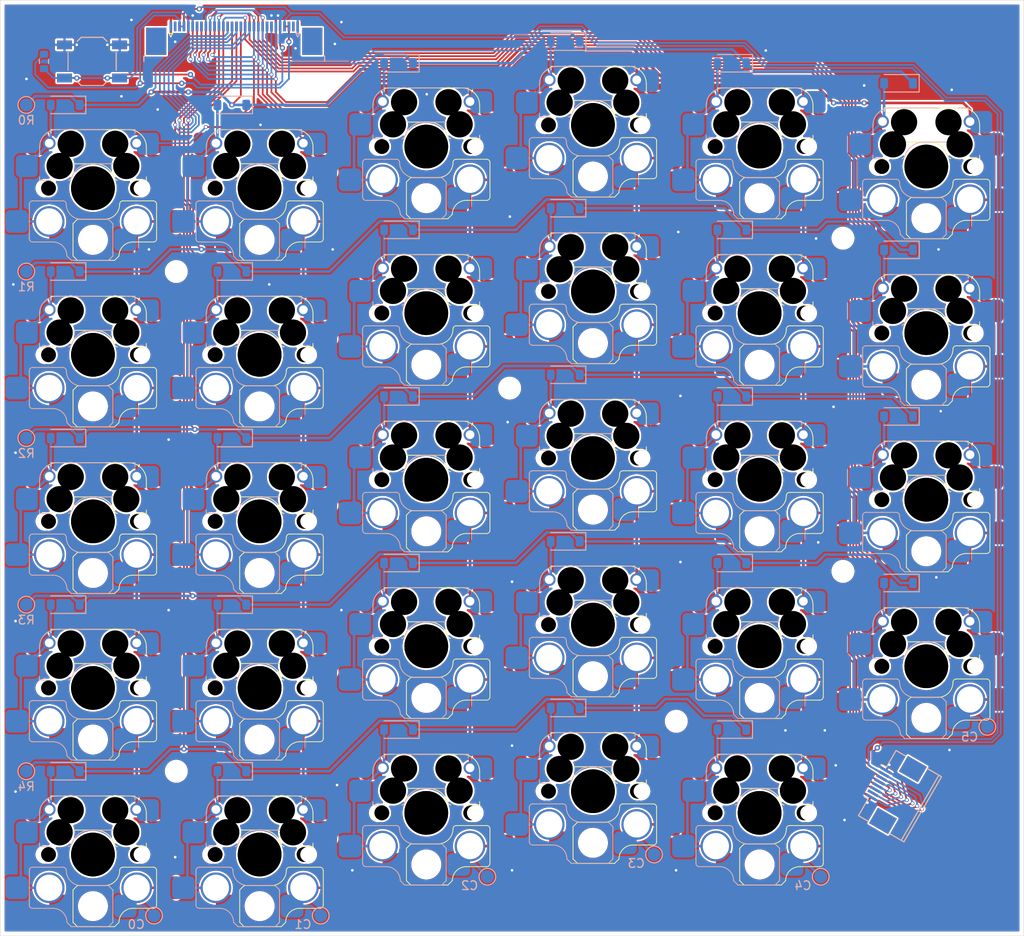
<source format=kicad_pcb>
(kicad_pcb (version 20241229) (generator "pcbnew") (generator_version "9.0")
  (layers (0 "F.Cu" signal) (2 "B.Cu" signal) (13 "F.Paste" user) (15 "B.Paste" user) (5 "F.SilkS" user "F.Silkscreen") (7 "B.SilkS" user "B.Silkscreen") (1 "F.Mask" user) (3 "B.Mask" user) (25 "Edge.Cuts" user))
  (net 0 "")
  (net 2 "GND")
  (net 3 "VDD")
  (net 8 "Net-(D1-A)")
  (net 9 "ROW_0")
  (net 10 "Net-(D2-A)")
  (net 11 "Net-(D3-A)")
  (net 12 "Net-(D4-A)")
  (net 13 "Net-(D5-A)")
  (net 14 "Net-(D6-A)")
  (net 15 "ROW_1")
  (net 16 "Net-(D7-A)")
  (net 17 "Net-(D8-A)")
  (net 18 "Net-(D9-A)")
  (net 19 "Net-(D10-A)")
  (net 20 "Net-(D11-A)")
  (net 21 "Net-(D12-A)")
  (net 22 "ROW_2")
  (net 23 "Net-(D13-A)")
  (net 24 "Net-(D14-A)")
  (net 25 "Net-(D15-A)")
  (net 26 "Net-(D16-A)")
  (net 27 "Net-(D17-A)")
  (net 28 "Net-(D18-A)")
  (net 29 "ROW_3")
  (net 30 "Net-(D19-A)")
  (net 31 "Net-(D20-A)")
  (net 32 "Net-(D21-A)")
  (net 33 "Net-(D22-A)")
  (net 34 "Net-(D23-A)")
  (net 35 "Net-(D24-A)")
  (net 36 "ROW_4")
  (net 37 "Net-(D25-A)")
  (net 38 "Net-(D26-A)")
  (net 39 "Net-(D27-A)")
  (net 40 "Net-(D28-A)")
  (net 41 "Net-(D29-A)")
  (net 42 "MOTION")
  (net 43 "MOSI")
  (net 44 "MISO")
  (net 45 "SCLK")
  (net 46 "IO_0")
  (net 47 "nCS")
  (net 49 "COL_0")
  (net 51 "COL_3")
  (net 52 "COL_5")
  (net 53 "RESET")
  (net 55 "COL_2")
  (net 58 "COL_4")
  (net 59 "COL_1")
  (footprint "key-switches:SW_MX_Kailh_Choc_V1V2_HotSwap_Hybrid_double" (layer "F.Cu") (at 139.7 58.737)
    (property "Reference" "KEY3" (hide yes))
    (property "Value" "SW_Push_45deg" (hide yes))
  )
  (footprint "key-switches:SW_MX_Kailh_Choc_V1V2_HotSwap_Hybrid_double" (layer "F.Cu") (at 158.75 75.31)
    (property "Reference" "KEY10" (hide yes))
    (property "Value" "SW_Push_45deg" (hide yes))
  )
  (footprint "key-switches:SW_MX_Kailh_Choc_V1V2_HotSwap_Hybrid_double" (layer "F.Cu") (at 101.6 101.6)
    (property "Reference" "KEY13" (hide yes))
    (property "Value" "SW_Push_45deg" (hide yes))
  )
  (footprint "Button_Switch_SMD:SW_SPST_TL3342" (layer "F.Cu") (at 101.5 49)
    (property "Reference" "SW2" (hide yes))
    (property "Value" "RESET")
  )
  (footprint "key-switches:SW_MX_Kailh_Choc_V1V2_HotSwap_Hybrid_double" (layer "F.Cu") (at 158.75 56.26)
    (property "Reference" "KEY4" (hide yes))
    (property "Value" "SW_Push_45deg" (hide yes))
  )
  (footprint "key-switches:SW_MX_Kailh_Choc_V1V2_HotSwap_Hybrid_double" (layer "F.Cu") (at 120.65 101.6)
    (property "Reference" "KEY14" (hide yes))
    (property "Value" "SW_Push_45deg" (hide yes))
  )
  (footprint "Connector_FFC-FPC:TE_3-1734839-0_1x30-1MP_P0.5mm_Horizontal" (layer "F.Cu") (at 117.75 46.35)
    (property "Reference" "J2" (hide yes))
    (property "Value" "Conn_CoreBoard")
  )
  (footprint "key-switches:SW_MX_Kailh_Choc_V1V2_HotSwap_Hybrid_double" (layer "F.Cu") (at 158.75 94.36)
    (property "Reference" "KEY16" (hide yes))
    (property "Value" "SW_Push_45deg" (hide yes))
  )
  (footprint "key-switches:SW_MX_Kailh_Choc_V1V2_HotSwap_Hybrid_double" (layer "F.Cu") (at 139.7 96.837)
    (property "Reference" "KEY15" (hide yes))
    (property "Value" "SW_Push_45deg" (hide yes))
  )
  (footprint "key-switches:SW_MX_Kailh_Choc_V1V2_HotSwap_Hybrid_double" (layer "F.Cu") (at 101.6 139.7)
    (property "Reference" "KEY25" (hide yes))
    (property "Value" "SW_Push_45deg" (hide yes))
  )
  (footprint "key-switches:SW_MX_Kailh_Choc_V1V2_HotSwap_Hybrid_double" (layer "F.Cu") (at 196.85 80.073)
    (property "Reference" "KEY12" (hide yes))
    (property "Value" "SW_Push_45deg" (hide yes))
  )
  (footprint "key-switches:SW_MX_Kailh_Choc_V1V2_HotSwap_Hybrid_double" (layer "F.Cu") (at 177.8 115.887)
    (property "Reference" "KEY23" (hide yes))
    (property "Value" "SW_Push_45deg" (hide yes))
  )
  (footprint "key-switches:SW_MX_Kailh_Choc_V1V2_HotSwap_Hybrid_double" (layer "F.Cu") (at 177.8 77.787)
    (property "Reference" "KEY11" (hide yes))
    (property "Value" "SW_Push_45deg" (hide yes))
  )
  (footprint "key-switches:SW_MX_Kailh_Choc_V1V2_HotSwap_Hybrid_double" (layer "F.Cu") (at 158.75 113.41)
    (property "Reference" "KEY22" (hide yes))
    (property "Value" "SW_Push_45deg" (hide yes))
  )
  (footprint "key-switches:SW_MX_Kailh_Choc_V1V2_HotSwap_Hybrid_double" (layer "F.Cu") (at 101.6 82.55)
    (property "Reference" "KEY7" (hide yes))
    (property "Value" "SW_Push_45deg" (hide yes))
  )
  (footprint "key-switches:SW_MX_Kailh_Choc_V1V2_HotSwap_Hybrid_double" (layer "F.Cu") (at 120.65 63.5)
    (property "Reference" "KEY2" (hide yes))
    (property "Value" "SW_Push_45deg" (hide yes))
  )
  (footprint "key-switches:SW_MX_Kailh_Choc_V1V2_HotSwap_Hybrid_double" (layer "F.Cu") (at 177.8 134.937)
    (property "Reference" "KEY29" (hide yes))
    (property "Value" "SW_Push_45deg" (hide yes))
  )
  (footprint "key-switches:SW_MX_Kailh_Choc_V1V2_HotSwap_Hybrid_double" (layer "F.Cu") (at 120.65 120.65)
    (property "Reference" "KEY20" (hide yes))
    (property "Value" "SW_Push_45deg" (hide yes))
  )
  (footprint "key-switches:SW_MX_Kailh_Choc_V1V2_HotSwap_Hybrid_double" (layer "F.Cu") (at 196.85 99.123)
    (property "Reference" "KEY18" (hide yes))
    (property "Value" "SW_Push_45deg" (hide yes))
  )
  (footprint "key-switches:SW_MX_Kailh_Choc_V1V2_HotSwap_Hybrid_double" (layer "F.Cu") (at 177.8 58.737)
    (property "Reference" "KEY5" (hide yes))
    (property "Value" "SW_Push_45deg" (hide yes))
  )
  (footprint "key-switches:SW_MX_Kailh_Choc_V1V2_HotSwap_Hybrid_double" (layer "F.Cu") (at 120.65 82.55)
    (property "Reference" "KEY8" (hide yes))
    (property "Value" "SW_Push_45deg" (hide yes))
  )
  (footprint "key-switches:SW_MX_Kailh_Choc_V1V2_HotSwap_Hybrid_double" (layer "F.Cu") (at 101.6 63.5)
    (property "Reference" "KEY1" (hide yes))
    (property "Value" "SW_Push_45deg" (hide yes))
  )
  (footprint "key-switches:SW_MX_Kailh_Choc_V1V2_HotSwap_Hybrid_double" (layer "F.Cu") (at 177.8 96.837)
    (property "Reference" "KEY17" (hide yes))
    (property "Value" "SW_Push_45deg" (hide yes))
  )
  (footprint "key-switches:SW_MX_Kailh_Choc_V1V2_HotSwap_Hybrid_double" (layer "F.Cu") (at 158.75 132.46)
    (property "Reference" "KEY28" (hide yes))
    (property "Value" "SW_Push_45deg" (hide yes))
  )
  (footprint "key-switches:SW_MX_Kailh_Choc_V1V2_HotSwap_Hybrid_double" (layer "F.Cu") (at 139.7 77.787)
    (property "Reference" "KEY9" (hide yes))
    (property "Value" "SW_Push_45deg" (hide yes))
  )
  (footprint "key-switches:SW_MX_Kailh_Choc_V1V2_HotSwap_Hybrid_double" (layer "F.Cu") (at 120.65 139.7)
    (property "Reference" "KEY26" (hide yes))
    (property "Value" "SW_Push_45deg" (hide yes))
  )
  (footprint "key-switches:SW_MX_Kailh_Choc_V1V2_HotSwap_Hybrid_double" (layer "F.Cu") (at 196.85 61.023)
    (property "Reference" "KEY6" (hide yes))
    (property "Value" "SW_Push_45deg" (hide yes))
  )
  (footprint "key-switches:SW_MX_Kailh_Choc_V1V2_HotSwap_Hybrid_double" (layer "F.Cu") (at 101.6 120.65)
    (property "Reference" "KEY19" (hide yes))
    (property "Value" "SW_Push_45deg" (hide yes))
  )
  (footprint "ErgoSNM_Keyboard:FPC_8P_0.5mm_AFC01-S08FCA-00" (layer "F.Cu") (at 193.973076 133.103766 -120)
    (property "Reference" "J1" (hide yes))
    (property "Value" "Conn_MouseSensor")
  )
  (footprint "key-switches:SW_MX_Kailh_Choc_V1V2_HotSwap_Hybrid_double" (layer "F.Cu") (at 139.7 134.937)
    (property "Reference" "KEY27" (hide yes))
    (property "Value" "SW_Push_45deg" (hide yes))
  )
  (footprint "key-switches:SW_MX_Kailh_Choc_V1V2_HotSwap_Hybrid_double" (layer "F.Cu") (at 196.85 118.173)
    (property "Reference" "KEY24" (hide yes))
    (property "Value" "SW_Push_45deg" (hide yes))
  )
  (footprint "key-switches:SW_MX_Kailh_Choc_V1V2_HotSwap_Hybrid_double" (layer "F.Cu") (at 139.7 115.887)
    (property "Reference" "KEY21" (hide yes))
    (property "Value" "SW_Push_45deg" (hide yes))
  )
  (footprint "Diode_SMD:D_SOD-123" (layer "B.Cu") (at 155.575 103.885 180)
    (property "Reference" "D22" (hide yes))
    (property "Value" "1N4148")
  )
  (footprint "Diode_SMD:D_SOD-123" (layer "B.Cu") (at 174.625 125.412 180)
    (property "Reference" "D29" (hide yes))
    (property "Value" "1N4148")
  )
  (footprint "Diode_SMD:D_SOD-123" (layer "B.Cu") (at 98.425 53.975 180)
    (property "Reference" "D1" (hide yes))
    (property "Value" "1N4148")
  )
  (footprint "Diode_SMD:D_SOD-123" (layer "B.Cu") (at 136.525 49.212 180)
    (property "Reference" "D3" (hide yes))
    (property "Value" "1N4148")
  )
  (footprint "TestPoint:TestPoint_Pad_D1.5mm" (layer "B.Cu") (at 93.98 111.125 180)
    (property "Reference" "TP4" (hide yes))
    (property "Value" "R3")
  )
  (footprint "MountingHole:MountingHole_2.2mm_M2_ISO7380" (layer "B.Cu") (at 187.325 107.315 180)
    (property "Reference" "H6" (hide yes))
    (property "Value" "~" (hide yes))
  )
  (footprint "Button_Switch_SMD:SW_SPST_TL3342" (layer "B.Cu") (at 101.5 49 180)
    (property "Reference" "SW3" (hide yes))
    (property "Value" "RESET")
  )
  (footprint "MountingHole:MountingHole_2.2mm_M2_ISO7380" (layer "B.Cu") (at 149.225 86.36 180)
    (property "Reference" "H4" (hide yes))
    (property "Value" "~" (hide yes))
  )
  (footprint "TestPoint:TestPoint_Pad_D1.5mm" (layer "B.Cu") (at 93.98 130.175 180)
    (property "Reference" "TP5" (hide yes))
    (property "Value" "R4")
  )
  (footprint "MountingHole:MountingHole_2.2mm_M2_ISO7380" (layer "B.Cu") (at 187.325 69.215 180)
    (property "Reference" "H5" (hide yes))
    (property "Value" "~" (hide yes))
  )
  (footprint "Diode_SMD:D_SOD-123" (layer "B.Cu") (at 193.675 70.548 180)
    (property "Reference" "D12" (hide yes))
    (property "Value" "1N4148")
  )
  (footprint "TestPoint:TestPoint_Pad_D1.5mm" (layer "B.Cu") (at 203.835 125.095 180)
    (property "Reference" "TP11" (hide yes))
    (property "Value" "C5")
  )
  (footprint "TestPoint:TestPoint_Pad_D1.5mm" (layer "B.Cu") (at 93.98 92.075 180)
    (property "Reference" "TP3" (hide yes))
    (property "Value" "R2")
  )
  (footprint "Diode_SMD:D_SOD-123" (layer "B.Cu") (at 117.475 130.175 180)
    (property "Reference" "D26" (hide yes))
    (property "Value" "1N4148")
  )
  (footprint "Diode_SMD:D_SOD-123" (layer "B.Cu") (at 117.475 73.025 180)
    (property "Reference" "D8" (hide yes))
    (property "Value" "1N4148")
  )
  (footprint "Diode_SMD:D_SOD-123" (layer "B.Cu") (at 136.525 87.312 180)
    (property "Reference" "D15" (hide yes))
    (property "Value" "1N4148")
  )
  (footprint "MountingHole:MountingHole_2.2mm_M2_ISO7380" (layer "B.Cu") (at 168.275 124.46 180)
    (property "Reference" "H3" (hide yes))
    (property "Value" "~" (hide yes))
  )
  (footprint "TestPoint:TestPoint_Pad_D1.5mm" (layer "B.Cu") (at 108.585 146.685 180)
    (property "Reference" "TP6" (hide yes))
    (property "Value" "C0")
  )
  (footprint "Diode_SMD:D_SOD-123" (layer "B.Cu") (at 193.675 108.648 180)
    (property "Reference" "D24" (hide yes))
    (property "Value" "1N4148")
  )
  (footprint "Diode_SMD:D_SOD-123" (layer "B.Cu") (at 155.575 122.935 180)
    (property "Reference" "D28" (hide yes))
    (property "Value" "1N4148")
  )
  (footprint "Diode_SMD:D_SOD-123" (layer "B.Cu") (at 155.575 84.835 180)
    (property "Reference" "D16" (hide yes))
    (property "Value" "1N4148")
  )
  (footprint "TestPoint:TestPoint_Pad_D1.5mm" (layer "B.Cu") (at 165.735 139.7 180)
    (property "Reference" "TP9" (hide yes))
    (property "Value" "C3")
  )
  (footprint "TestPoint:TestPoint_Pad_D1.5mm" (layer "B.Cu") (at 184.785 142.24 180)
    (property "Reference" "TP10" (hide yes))
    (property "Value" "C4")
  )
  (footprint "Diode_SMD:D_SOD-123" (layer "B.Cu") (at 174.625 87.312 180)
    (property "Reference" "D17" (hide yes))
    (property "Value" "1N4148")
  )
  (footprint "Diode_SMD:D_SOD-123" (layer "B.Cu") (at 117.475 111.125 180)
    (property "Reference" "D20" (hide yes))
    (property "Value" "1N4148")
  )
  (footprint "Diode_SMD:D_SOD-123" (layer "B.Cu") (at 174.625 68.262 180)
    (property "Reference" "D11" (hide yes))
    (property "Value" "1N4148")
  )
  (footprint "TestPoint:TestPoint_Pad_D1.5mm" (layer "B.Cu") (at 93.98 73.025 180)
    (property "Reference" "TP2" (hide yes))
    (property "Value" "R1")
  )
  (footprint "Diode_SMD:D_SOD-123" (layer "B.Cu") (at 98.425 111.125 180)
    (property "Reference" "D19" (hide yes))
    (property "Value" "1N4148")
  )
  (footprint "Diode_SMD:D_SOD-123" (layer "B.Cu") (at 98.425 73.025 180)
    (property "Reference" "D7" (hide yes))
    (property "Value" "1N4148")
  )
  (footprint "Diode_SMD:D_SOD-123" (layer "B.Cu") (at 155.575 65.785 180)
    (property "Reference" "D10" (hide yes))
    (property "Value" "1N4148")
  )
  (footprint "Connector_FFC-FPC:TE_3-1734839-0_1x30-1MP_P0.5mm_Horizontal" (layer "B.Cu") (at 117.75 46.35 180)
    (property "Reference" "J6" (hide yes))
    (property "Value" "Conn_CoreBoard")
  )
  (footprint "Diode_SMD:D_SOD-123" (layer "B.Cu") (at 155.575 46.735 180)
    (property "Reference" "D4" (hide yes))
    (property "Value" "1N4148")
  )
  (footprint "MountingHole:MountingHole_2.2mm_M2_ISO7380" (layer "B.Cu") (at 111.125 73.025 180)
    (property "Reference" "H1" (hide yes))
    (property "Value" "~" (hide yes))
  )
  (footprint "ErgoSNM_Keyboard:FPC_8P_0.5mm_AFC01-S08FCA-00" (layer "B.Cu") (at 193.973076 133.103766 60)
    (property "Reference" "J3" (hide yes))
    (property "Value" "Conn_MouseSensor")
  )
  (footprint "Resistor_SMD:R_0603_1608Metric" (layer "B.Cu") (at 96 49 -90)
    (property "Reference" "R1" (hide yes))
    (property "Value" "10k")
  )
  (footprint "Diode_SMD:D_SOD-123" (layer "B.Cu") (at 136.525 125.412 180)
    (property "Reference" "D27" (hide yes))
    (property "Value" "1N4148")
  )
  (footprint "Diode_SMD:D_SOD-123" (layer "B.Cu") (at 117.475 92.075 180)
    (property "Reference" "D14" (hide yes))
    (property "Value" "1N4148")
  )
  (footprint "Diode_SMD:D_SOD-123" (layer "B.Cu") (at 174.625 49.212 180)
    (property "Reference" "D5" (hide yes))
    (property "Value" "1N4148")
  )
  (footprint "Diode_SMD:D_SOD-123" (layer "B.Cu") (at 98.425 92.075 180)
    (property "Reference" "D13" (hide yes))
    (property "Value" "1N4148")
  )
  (footprint "Diode_SMD:D_SOD-123" (layer "B.Cu") (at 98.425 130.175 180)
    (property "Reference" "D25" (hide yes))
    (property "Value" "1N4148")
  )
  (footprint "TestPoint:TestPoint_Pad_D1.5mm" (layer "B.Cu") (at 127.635 146.685 180)
    (property "Reference" "TP7" (hide yes))
    (property "Value" "C1")
  )
  (footprint "TestPoint:TestPoint_Pad_D1.5mm" (layer "B.Cu") (at 146.685 142.24 180)
    (property "Reference" "TP8" (hide yes))
    (property "Value" "C2")
  )
  (footprint "Diode_SMD:D_SOD-123" (layer "B.Cu") (at 117.475 53.975 180)
    (property "Reference" "D2" (hide yes))
    (property "Value" "1N4148")
  )
  (footprint "Diode_SMD:D_SOD-123" (layer "B.Cu") (at 174.625 106.362 180)
    (property "Reference" "D23" (hide yes))
    (property "Value" "1N4148")
  )
  (footprint "Diode_SMD:D_SOD-123" (layer "B.Cu") (at 193.675 51.498 180)
    (property "Reference" "D6" (hide yes))
    (property "Value" "1N4148")
  )
  (footprint "Diode_SMD:D_SOD-123" (layer "B.Cu") (at 193.675 89.598 180)
    (property "Reference" "D18" (hide yes))
    (property "Value" "1N4148")
  )
  (footprint "TestPoint:TestPoint_Pad_D1.5mm" (layer "B.Cu") (at 93.98 53.975 180)
    (property "Reference" "TP1" (hide yes))
    (property "Value" "R0")
  )
  (footprint "MountingHole:MountingHole_2.2mm_M2_ISO7380" (layer "B.Cu") (at 111.125 130.175 180)
    (property "Reference" "H2" (hide yes))
    (property "Value" "~" (hide yes))
  )
  (footprint "Diode_SMD:D_SOD-123" (layer "B.Cu") (at 136.525 106.362 180)
    (property "Reference" "D21" (hide yes))
    (property "Value" "1N4148")
  )
  (footprint "Diode_SMD:D_SOD-123" (layer "B.Cu") (at 136.525 68.262 180)
    (property "Reference" "D9" (hide yes))
    (property "Value" "1N4148")
  )
  (gr_rect (start 91 42) (end 208 149) (stroke (width 0.05)) (fill no) (layer "Edge.Cuts"))
  (segment (start 110.5 46.25) (end 111 46.75) (width 0.2) (layer "F.Cu") (net 2))
  (segment (start 190.500001 133.119309) (end 190.125001 133.768828) (width 0.2) (layer "F.Cu") (net 2))
  (segment (start 110.5 45) (end 110.5 46.25) (width 0.2) (layer "F.Cu") (net 2))
  (segment (start 122.5 44.25) (end 122 43.75) (width 0.2) (layer "F.Cu") (net 2))
  (segment (start 99.75 47.1) (end 98.35 47.1) (width 0.2) (layer "F.Cu") (net 2))
  (segment (start 122.5 45) (end 122.5 44.25) (width 0.2) (layer "F.Cu") (net 2))
  (segment (start 103.25 47.1) (end 104.65 47.1) (width 0.2) (layer "F.Cu") (net 2))
  (via (at 120.75 56.25) (size 0.6) (drill 0.3) (layers "F.Cu" "B.Cu") (net 2))
  (via (at 110.25 111.75) (size 0.6) (drill 0.3) (layers "F.Cu" "B.Cu") (net 2))
  (via (at 103.25 47.1) (size 0.6) (drill 0.3) (layers "F.Cu" "B.Cu") (net 2))
  (via (at 139.75 52.75) (size 0.6) (drill 0.3) (layers "F.Cu" "B.Cu") (net 2))
  (via (at 187.5 135.75) (size 0.6) (drill 0.3) (layers "F.Cu" "B.Cu") (net 2))
  (via (at 92.75 113) (size 0.6) (drill 0.3) (layers "F.Cu" "B.Cu") (net 2))
  (via (at 180.75 125.5) (size 0.6) (drill 0.3) (layers "F.Cu" "B.Cu") (net 2))
  (via (at 198.5 89) (size 0.6) (drill 0.3) (layers "F.Cu" "B.Cu") (net 2))
  (via (at 129 70.5) (size 0.6) (drill 0.3) (layers "F.Cu" "B.Cu") (net 2))
  (via (at 149.5 108.5) (size 0.6) (drill 0.3) (layers "F.Cu" "B.Cu") (net 2))
  (via (at 168.25 141.5) (size 0.6) (drill 0.3) (layers "F.Cu" "B.Cu") (net 2))
  (via (at 168.75 87.25) (size 0.6) (drill 0.3) (layers "F.Cu" "B.Cu") (net 2))
  (via (at 199.5 127.75) (size 0.6) (drill 0.3) (layers "F.Cu" "B.Cu") (net 2))
  (via (at 124.75 47.5) (size 0.6) (drill 0.3) (layers "F.Cu" "B.Cu") (net 2))
  (via (at 149 90.25) (size 0.6) (drill 0.3) (layers "F.Cu" "B.Cu") (net 2))
  (via (at 149.5 127.25) (size 0.6) (drill 0.3) (layers "F.Cu" "B.Cu") (net 2))
  (via (at 122 43.75) (size 0.45) (drill 0.3) (layers "F.Cu" "B.Cu") (net 2))
  (via (at 186.25 88.5) (size 0.6) (drill 0.3) (layers "F.Cu" "B.Cu") (net 2))
  (via (at 129.5 131.75) (size 0.6) (drill 0.3) (layers "F.Cu" "B.Cu") (net 2))
  (via (at 129.25 47) (size 0.6) (drill 0.3) (layers "F.Cu" "B.Cu") (net 2))
  (via (at 104.856584 52.991948) (size 0.6) (drill 0.3) (layers "F.Cu" "B.Cu") (net 2))
  (via (at 106 44.25) (size 0.6) (drill 0.3) (layers "F.Cu" "B.Cu") (net 2))
  (via (at 113 43.75) (size 0.45) (drill 0.3) (layers "F.Cu" "B.Cu") (net 2))
  (via (at 109 54.5) (size 0.6) (drill 0.3) (layers "F.Cu" "B.Cu") (net 2))
  (via (at 121.75 74.5) (size 0.6) (drill 0.3) (layers "F.Cu" "B.Cu") (net 2))
  (via (at 131.25 141.5) (size 0.6) (drill 0.3) (layers "F.Cu" "B.Cu") (net 2))
  (via (at 149.25 66.75) (size 0.6) (drill 0.3) (layers "F.Cu" "B.Cu") (net 2))
  (via (at 192.625001 129.438701) (size 0.6) (drill 0.3) (layers "F.Cu" "B.Cu") (net 2))
  (via (at 186.5 129.5) (size 0.6) (drill 0.3) (layers "F.Cu" "B.Cu") (net 2))
  (via (at 110.25 92.25) (size 0.6) (drill 0.3) (layers "F.Cu" "B.Cu") (net 2))
  (via (at 149.5 141.5) (size 0.6) (drill 0.3) (layers "F.Cu" "B.Cu") (net 2))
  (via (at 92.5 74.5) (size 0.6) (drill 0.3) (layers "F.Cu" "B.Cu") (net 2))
  (via (at 184.25 69.25) (size 0.6) (drill 0.3) (layers "F.Cu" "B.Cu") (net 2))
  (via (at 184.5 104) (size 0.6) (drill 0.3) (layers "F.Cu" "B.Cu") (net 2))
  (via (at 168.75 106.25) (size 0.6) (drill 0.3) (layers "F.Cu" "B.Cu") (net 2))
  (via (at 185.25 125.5) (size 0.6) (drill 0.3) (layers "F.Cu" "B.Cu") (net 2))
  (via (at 198 108) (size 0.6) (drill 0.3) (layers "F.Cu" "B.Cu") (net 2))
  (via (at 199.75 52.25) (size 0.6) (drill 0.3) (layers "F.Cu" "B.Cu") (net 2))
  (via (at 111 140) (size 0.6) (drill 0.3) (layers "F.Cu" "B.Cu") (net 2))
  (via (at 198.25 70.5) (size 0.6) (drill 0.3) (layers "F.Cu" "B.Cu") (net 2))
  (via (at 122.75 43.75) (size 0.45) (drill 0.3) (layers "F.Cu" "B.Cu") (net 2))
  (via (at 190.125001 133.768828) (size 0.6) (drill 0.3) (layers "F.Cu" "B.Cu") (net 2))
  (via (at 108 70.5) (size 0.6) (drill 0.3) (layers "F.Cu" "B.Cu") (net 2))
  (via (at 94 51) (size 0.6) (drill 0.3) (layers "F.Cu" "B.Cu") (net 2))
  (via (at 130 111.75) (size 0.6) (drill 0.3) (layers "F.Cu" "B.Cu") (net 2))
  (via (at 189.75 51.75) (size 0.6) (drill 0.3) (layers "F.Cu" "B.Cu") (net 2))
  (via (at 92.75 132.5) (size 0.6) (drill 0.3) (layers "F.Cu" "B.Cu") (net 2))
  (via (at 130 44.5) (size 0.6) (drill 0.3) (layers "F.Cu" "B.Cu") (net 2))
  (via (at 99.75 47.1) (size 0.6) (drill 0.3) (layers "F.Cu" "B.Cu") (net 2))
  (via (at 178.5 47.75) (size 0.6) (drill 0.3) (layers "F.Cu" "B.Cu") (net 2))
  (via (at 168.5 68.5) (size 0.6) (drill 0.3) (layers "F.Cu" "B.Cu") (net 2))
  (via (at 92.75 93.75) (size 0.6) (drill 0.3) (layers "F.Cu" "B.Cu") (net 2))
  (via (at 111 46.75) (size 0.6) (drill 0.3) (layers "F.Cu" "B.Cu") (net 2))
  (segment (start 125 47.25) (end 124.75 47.5) (width 0.2) (layer "B.Cu") (net 2))
  (segment (start 123 44) (end 122.75 43.75) (width 0.2) (layer "B.Cu") (net 2))
  (segment (start 125 45) (end 125 47.25) (width 0.2) (layer "B.Cu") (net 2))
  (segment (start 123 45) (end 123 44) (width 0.2) (layer "B.Cu") (net 2))
  (segment (start 192.25 130.088221) (end 192.625001 129.438701) (width 0.2) (layer "B.Cu") (net 2))
  (segment (start 113 45) (end 113 43.75) (width 0.2) (layer "B.Cu") (net 2))
  (segment (start 124 45) (end 124 46.75) (width 0.2) (layer "F.Cu") (net 3))
  (segment (start 190.75 132.686297) (end 194.719448 134.978059) (width 0.2) (layer "F.Cu") (net 3))
  (segment (start 194.719448 134.978059) (end 196.312893 134.551096) (width 0.2) (layer "F.Cu") (net 3))
  (segment (start 196.312893 134.551096) (end 196.354652 134.478768) (width 0.2) (layer "F.Cu") (net 3))
  (segment (start 123.5 45) (end 124 45) (width 0.2) (layer "F.Cu") (net 3))
  (segment (start 111.75 51.5) (end 107 51.5) (width 0.2) (layer "F.Cu") (net 3))
  (via (at 124 46.75) (size 0.6) (drill 0.3) (layers "F.Cu" "B.Cu") (net 3))
  (via (at 107 51.5) (size 0.6) (drill 0.3) (layers "F.Cu" "B.Cu") (net 3))
  (via (at 196.354652 134.478768) (size 0.45) (drill 0.3) (layers "F.Cu" "B.Cu") (net 3))
  (via (at 111.75 51.5) (size 0.6) (drill 0.3) (layers "F.Cu" "B.Cu") (net 3))
  (segment (start 107 50.75) (end 107 50.402) (width 0.2) (layer "B.Cu") (net 3))
  (segment (start 159.224 47.224) (end 175.974 47.224) (width 0.2) (layer "B.Cu") (net 3))
  (segment (start 190.25 127.5) (end 190.25 129.5) (width 0.2) (layer "B.Cu") (net 3))
  (segment (start 107 45.328) (end 108.578 43.75) (width 0.2) (layer "B.Cu") (net 3))
  (segment (start 133.75 47.75) (end 150.4379 47.75) (width 0.2) (layer "B.Cu") (net 3))
  (segment (start 195.25 49.75) (end 199 53.5) (width 0.2) (layer "B.Cu") (net 3))
  (segment (start 124 49) (end 124 46.75) (width 0.2) (layer "B.Cu") (net 3))
  (segment (start 124.25 49.25) (end 132.25 49.25) (width 0.2) (layer "B.Cu") (net 3))
  (segment (start 96 48.175) (end 95 49.175) (width 0.2) (layer "B.Cu") (net 3))
  (segment (start 107 50.402) (end 107 45.328) (width 0.2) (layer "B.Cu") (net 3))
  (segment (start 204.25 126.5) (end 191.25 126.5) (width 0.2) (layer "B.Cu") (net 3))
  (segment (start 157.333 45.333) (end 159.224 47.224) (width 0.2) (layer "B.Cu") (net 3))
  (segment (start 196.113622 132.896234) (end 192 130.521234) (width 0.2) (layer "B.Cu") (net 3))
  (segment (start 178.5 49.75) (end 195.25 49.75) (width 0.2) (layer "B.Cu") (net 3))
  (segment (start 96.5 52) (end 106.5 52) (width 0.2) (layer "B.Cu") (net 3))
  (segment (start 106.5 52) (end 107 51.5) (width 0.2) (layer "B.Cu") (net 3))
  (segment (start 123 52) (end 124 51) (width 0.2) (layer "B.Cu") (net 3))
  (segment (start 111.5 44.25) (end 111.5 45) (width 0.2) (layer "B.Cu") (net 3))
  (segment (start 205 125.75) (end 204.25 126.5) (width 0.2) (layer "B.Cu") (net 3))
  (segment (start 196.479649 134.262266) (end 196.113622 132.896234) (width 0.2) (layer "B.Cu") (net 3))
  (segment (start 111.75 51.5) (end 113.014616 51.5) (width 0.2) (layer "B.Cu") (net 3))
  (segment (start 190.25 129.5) (end 192 130.521234) (width 0.2) (layer "B.Cu") (net 3))
  (segment (start 111 43.75) (end 111.5 44.25) (width 0.2) (layer "B.Cu") (net 3))
  (segment (start 113.514616 52) (end 123 52) (width 0.2) (layer "B.Cu") (net 3))
  (segment (start 196.354652 134.478768) (end 196.479649 134.262266) (width 0.2) (layer "B.Cu") (net 3))
  (segment (start 124 49.5) (end 124 49.25) (width 0.2) (layer "B.Cu") (net 3))
  (segment (start 199 53.5) (end 203.5 53.5) (width 0.2) (layer "B.Cu") (net 3))
  (segment (start 132.25 49.25) (end 133.75 47.75) (width 0.2) (layer "B.Cu") (net 3))
  (segment (start 113.014616 51.5) (end 113.514616 52) (width 0.2) (layer "B.Cu") (net 3))
  (segment (start 152.8549 45.333) (end 157.333 45.333) (width 0.2) (layer "B.Cu") (net 3))
  (segment (start 124 49.25) (end 124 49) (width 0.2) (layer "B.Cu") (net 3))
  (segment (start 205 55) (end 205 125.75) (width 0.2) (layer "B.Cu") (net 3))
  (segment (start 124 51) (end 124 49.5) (width 0.2) (layer "B.Cu") (net 3))
  (segment (start 108.578 43.75) (end 111 43.75) (width 0.2) (layer "B.Cu") (net 3))
  (segment (start 124.25 49.25) (end 124 49.5) (width 0.2) (layer "B.Cu") (net 3))
  (segment (start 95 50.5) (end 96.5 52) (width 0.2) (layer "B.Cu") (net 3))
  (segment (start 107 51.5) (end 107 50.75) (width 0.2) (layer "B.Cu") (net 3))
  (segment (start 124 49.25) (end 124.25 49.25) (width 0.2) (layer "B.Cu") (net 3))
  (segment (start 191.25 126.5) (end 190.25 127.5) (width 0.2) (layer "B.Cu") (net 3))
  (segment (start 203.5 53.5) (end 205 55) (width 0.2) (layer "B.Cu") (net 3))
  (segment (start 150.4379 47.75) (end 152.8549 45.333) (width 0.2) (layer "B.Cu") (net 3))
  (segment (start 95 49.175) (end 95 50.5) (width 0.2) (layer "B.Cu") (net 3))
  (segment (start 175.974 47.224) (end 178.5 49.75) (width 0.2) (layer "B.Cu") (net 3))
  (segment (start 112 45) (end 111.5 45) (width 0.2) (layer "B.Cu") (net 3))
  (segment (start 124.25 49.25) (end 124 49) (width 0.2) (layer "B.Cu") (net 3))
  (segment (start 96.6 58.35) (end 96.6 58.4) (width 0.3) (layer "B.Cu") (net 8))
  (segment (start 93.345 61.655) (end 93.345 66.855) (width 0.3) (layer "B.Cu") (net 8))
  (segment (start 96.6 67.3) (end 92.9 67.3) (width 0.3) (layer "B.Cu") (net 8))
  (segment (start 96.6 58.4) (end 94.04 60.96) (width 0.3) (layer "B.Cu") (net 8))
  (segment (start 96.775 58.175) (end 96.6 58.35) (width 0.3) (layer "B.Cu") (net 8))
  (segment (start 93.345 66.855) (end 92.9 67.3) (width 0.3) (layer "B.Cu") (net 8))
  (segment (start 96.775 53.975) (end 96.775 58.175) (width 0.3) (layer "B.Cu") (net 8))
  (segment (start 94.04 60.96) (end 93.345 61.655) (width 0.3) (layer "B.Cu") (net 8))
  (segment (start 118.5 52.95) (end 118.5 45) (width 0.2) (layer "F.Cu") (net 9))
  (segment (start 117.475 53.975) (end 118.5 52.95) (width 0.2) (layer "F.Cu") (net 9))
  (segment (start 112.5 52.5) (end 108.25 52.5) (width 0.3) (layer "F.Cu") (net 9))
  (via (at 117.475 53.975) (size 0.6) (drill 0.3) (layers "F.Cu" "B.Cu") (net 9))
  (via (at 112.5 52.5) (size 0.6) (drill 0.3) (layers "F.Cu" "B.Cu") (net 9))
  (via (at 108.25 52.5) (size 0.6) (drill 0.3) (layers "F.Cu" "B.Cu") (net 9))
  (segment (start 116.65 46.1) (end 117 45.75) (width 0.2) (layer "B.Cu") (net 9))
  (segment (start 149.543 49.212) (end 138.175 49.212) (width 0.3) (layer "B.Cu") (net 9))
  (segment (start 112.65 46.1) (end 116.65 46.1) (width 0.2) (layer "B.Cu") (net 9))
  (segment (start 158.115 47.625) (end 157.225 46.735) (width 0.3) (layer "B.Cu") (net 9))
  (segment (start 117.475 53.975) (end 116 52.5) (width 0.3) (layer "B.Cu") (net 9))
  (segment (start 108.75 52) (end 108.75 50) (width 0.2) (layer "B.Cu") (net 9))
  (segment (start 117.475 53.975) (end 119.125 53.975) (width 0.3) (layer "B.Cu") (net 9))
  (segment (start 116 52.5) (end 112.5 52.5) (width 0.3) (layer "B.Cu") (net 9))
  (segment (start 106.775 53.975) (end 100.075 53.975) (width 0.3) (layer "B.Cu") (net 9))
  (segment (start 138.175 49.212) (end 137.174 48.211) (width 0.3) (layer "B.Cu") (net 9))
  (segment (start 137.174 48.211) (end 134.034 48.211) (width 0.3) (layer "B.Cu") (net 9))
  (segment (start 195.325 51.498) (end 193.992 50.165) (width 0.3) (layer "B.Cu") (net 9))
  (segment (start 108.75 50) (end 112.65 46.1) (width 0.2) (layer "B.Cu") (net 9))
  (segment (start 157.225 46.735) (end 156.224 45.734) (width 0.3) (layer "B.Cu") (net 9))
  (segment (start 177.228 50.165) (end 176.275 49.212) (width 0.3) (layer "B.Cu") (net 9))
  (segment (start 176.275 49.212) (end 174.688 47.625) (width 0.3) (layer "B.Cu") (net 9))
  (segment (start 193.992 50.165) (end 177.228 50.165) (width 0.3) (layer "B.Cu") (net 9))
  (segment (start 99.074 52.974) (end 100.075 53.975) (width 0.3) (layer "B.Cu") (net 9))
  (segment (start 156.224 45.734) (end 153.021 45.734) (width 0.3) (layer "B.Cu") (net 9))
  (segment (start 153.021 45.734) (end 149.543 49.212) (width 0.3) (layer "B.Cu") (net 9))
  (segment (start 94.981 52.974) (end 99.074 52.974) (width 0.3) (layer "B.Cu") (net 9))
  (segment (start 108.25 52.5) (end 106.775 53.975) (width 0.3) (layer "B.Cu") (net 9))
  (segment (start 108.25 52.5) (end 108.75 52) (width 0.2) (layer "B.Cu") (net 9))
  (segment (start 174.688 47.625) (end 158.115 47.625) (width 0.3) (layer "B.Cu") (net 9))
  (segment (start 134.034 48.211) (end 128.27 53.975) (width 0.3) (layer "B.Cu") (net 9))
  (segment (start 117 45.75) (end 117 45) (width 0.2) (layer "B.Cu") (net 9))
  (segment (start 93.98 53.975) (end 94.981 52.974) (width 0.3) (layer "B.Cu") (net 9))
  (segment (start 128.27 53.975) (end 119.125 53.975) (width 0.3) (layer "B.Cu") (net 9))
  (segment (start 115.65 58.35) (end 113.09 60.91) (width 0.3) (layer "B.Cu") (net 10))
  (segment (start 113.09 60.96) (end 112.395 61.655) (width 0.3) (layer "B.Cu") (net 10))
  (segment (start 112.395 61.655) (end 112.395 66.855) (width 0.3) (layer "B.Cu") (net 10))
  (segment (start 115.65 67.3) (end 111.95 67.3) (width 0.3) (layer "B.Cu") (net 10))
  (segment (start 113.09 60.91) (end 113.09 60.96) (width 0.3) (layer "B.Cu") (net 10))
  (segment (start 112.395 66.855) (end 111.95 67.3) (width 0.3) (layer "B.Cu") (net 10))
  (segment (start 115.825 58.175) (end 115.65 58.35) (width 0.3) (layer "B.Cu") (net 10))
  (segment (start 115.825 53.975) (end 115.825 58.175) (width 0.3) (layer "B.Cu") (net 10))
  (segment (start 134.7 53.637) (end 132.14 56.197) (width 0.3) (layer "B.Cu") (net 11))
  (segment (start 134.7 53.587) (end 134.7 53.637) (width 0.3) (layer "B.Cu") (net 11))
  (segment (start 134.7 62.537) (end 131 62.537) (width 0.3) (layer "B.Cu") (net 11))
  (segment (start 132.14 56.197) (end 131.445 56.892) (width 0.3) (layer "B.Cu") (net 11))
  (segment (start 131.445 56.892) (end 131.445 62.092) (width 0.3) (layer "B.Cu") (net 11))
  (segment (start 131.445 62.092) (end 131 62.537) (width 0.3) (layer "B.Cu") (net 11))
  (segment (start 134.875 53.412) (end 134.7 53.587) (width 0.3) (layer "B.Cu") (net 11))
  (segment (start 134.875 49.212) (end 134.875 53.412) (width 0.3) (layer "B.Cu") (net 11))
  (segment (start 150.495 54.415) (end 150.495 59.615) (width 0.3) (layer "B.Cu") (net 12))
  (segment (start 150.495 59.615) (end 150.05 60.06) (width 0.3) (layer "B.Cu") (net 12))
  (segment (start 151.19 53.72) (end 150.495 54.415) (width 0.3) (layer "B.Cu") (net 12))
  (segment (start 153.75 51.16) (end 151.19 53.72) (width 0.3) (layer "B.Cu") (net 12))
  (segment (start 153.75 51.11) (end 153.75 51.16) (width 0.3) (layer "B.Cu") (net 12))
  (segment (start 153.925 50.935) (end 153.75 51.11) (width 0.3) (layer "B.Cu") (net 12))
  (segment (start 153.925 46.735) (end 153.925 50.935) (width 0.3) (layer "B.Cu") (net 12))
  (segment (start 153.75 60.06) (end 150.05 60.06) (width 0.3) (layer "B.Cu") (net 12))
  (segment (start 169.545 56.892) (end 169.545 62.092) (width 0.3) (layer "B.Cu") (net 13))
  (segment (start 172.8 53.587) (end 170.24 56.147) (width 0.3) (layer "B.Cu") (net 13))
  (segment (start 172.975 49.212) (end 172.975 53.412) (width 0.3) (layer "B.Cu") (net 13))
  (segment (start 172.975 53.412) (end 172.8 53.587) (width 0.3) (layer "B.Cu") (net 13))
  (segment (start 169.545 62.092) (end 169.1 62.537) (width 0.3) (layer "B.Cu") (net 13))
  (segment (start 170.24 56.197) (end 169.545 56.892) (width 0.3) (layer "B.Cu") (net 13))
  (segment (start 170.24 56.147) (end 170.24 56.197) (width 0.3) (layer "B.Cu") (net 13))
  (segment (start 172.8 62.537) (end 169.1 62.537) (width 0.3) (layer "B.Cu") (net 13))
  (segment (start 188.595 59.178) (end 188.595 64.378) (width 0.3) (layer "B.Cu") (net 14))
  (segment (start 191.85 55.873) (end 189.29 58.433) (width 0.3) (layer "B.Cu") (net 14))
  (segment (start 188.595 64.378) (end 188.15 64.823) (width 0.3) (layer "B.Cu") (net 14))
  (segment (start 189.29 58.433) (end 189.29 58.483) (width 0.3) (layer "B.Cu") (net 14))
  (segment (start 192.025 51.498) (end 192.025 55.698) (width 0.3) (layer "B.Cu") (net 14))
  (segment (start 191.85 64.823) (end 188.15 64.823) (width 0.3) (layer "B.Cu") (net 14))
  (segment (start 192.025 55.698) (end 191.85 55.873) (width 0.3) (layer "B.Cu") (net 14))
  (segment (start 189.29 58.483) (end 188.595 59.178) (width 0.3) (layer "B.Cu") (net 14))
  (segment (start 113.053 69.538) (end 113.053 65.313833) (width 0.2) (layer "F.Cu") (net 15))
  (segment (start 112.790777 65.048) (end 112.787168 65.048) (width 0.2) (layer "F.Cu") (net 15))
  (segment (start 112.5 55.5) (end 112.5 55.75) (width 0.2) (layer "F.Cu") (net 15))
  (segment (start 113.5 54.5) (end 112.5 55.5) (width 0.2) (layer "F.Cu") (net 15))
  (segment (start 118 51.25) (end 114.75 54.5) (width 0.2) (layer "F.Cu") (net 15))
  (segment (start 114 70.485) (end 113.053 69.538) (width 0.2) (layer "F.Cu") (net 15))
  (segment (start 112.5 64.760832) (end 112.5 55.75) (width 0.2) (layer "F.Cu") (net 15))
  (segment (start 113 65.257222) (end 112.790777 65.048) (width 0.2) (layer "F.Cu") (net 15))
  (segment (start 113 65.260832) (end 113 65.257222) (width 0.2) (layer "F.Cu") (net 15))
  (segment (start 118 45) (end 118 51.25) (width 0.2) (layer "F.Cu") (net 15))
  (segment (start 112.787168 65.048) (end 112.5 64.760832) (width 0.2) (layer "F.Cu") (net 15))
  (segment (start 113.053 65.313833) (end 113 65.260832) (width 0.2) (layer "F.Cu") (net 15))
  (segment (start 114.75 54.5) (end 113.5 54.5) (width 0.2) (layer "F.Cu") (net 15))
  (via (at 112.5 55.75) (size 0.45) (drill 0.3) (layers "F.Cu" "B.Cu") (net 15))
  (via (at 114 70.485) (size 0.6) (drill 0.3) (layers "F.Cu" "B.Cu") (net 15))
  (segment (start 157.225 65.785) (end 173.798 65.785) (width 0.3) (layer "B.Cu") (net 15))
  (segment (start 107.95 73.025) (end 110.49 70.485) (width 0.3) (layer "B.Cu") (net 15))
  (segment (start 153.434468 64.784) (end 156.224 64.784) (width 0.3) (layer "B.Cu") (net 15))
  (segment (start 93.98 73.025) (end 94.981 72.024) (width 0.3) (layer "B.Cu") (net 15))
  (segment (start 112.5 55.75) (end 112.5 55.537867) (width 0.2) (layer "B.Cu") (net 15))
  (segment (start 100.075 73.025) (end 107.95 73.025) (width 0.3) (layer "B.Cu") (net 15))
  (segment (start 109.25 49.996388) (end 110.248194 48.998194) (width 0.2) (layer "B.Cu") (net 15))
  (segment (start 134.384468 67.261) (end 137.174 67.261) (width 0.3) (layer "B.Cu") (net 15))
  (segment (start 149.956468 68.262) (end 153.434468 64.784) (width 0.3) (layer "B.Cu") (net 15))
  (segment (start 128.620468 73.025) (end 134.384468 67.261) (width 0.3) (layer "B.Cu") (net 15))
  (segment (start 117.5 45.75) (end 117 46.25) (width 0.2) (layer "B.Cu") (net 15))
  (segment (start 190.6585 67.31) (end 185.451 67.31) (width 0.3) (layer "B.Cu") (net 15))
  (segment (start 193.8965 70.548) (end 190.6585 67.31) (width 0.3) (layer "B.Cu") (net 15))
  (segment (start 117 46.25) (end 116.996389 46.25) (width 0.2) (layer "B.Cu") (net 15))
  (segment (start 114 70.485) (end 116.585 70.485) (width 0.3) (layer "B.Cu") (net 15))
  (segment (start 119.125 73.025) (end 128.620468 73.025) (width 0.3) (layer "B.Cu") (net 15))
  (segment (start 116.996389 46.25) (end 116.795388 46.451) (width 0.2) (layer "B.Cu") (net 15))
  (segment (start 138.175 68.262) (end 149.956468 68.262) (width 0.3) (layer "B.Cu") (net 15))
  (segment (start 185.451 67.31) (end 184.499 68.262) (width 0.3) (layer "B.Cu") (net 15))
  (segment (start 173.798 65.785) (end 176.275 68.262) (width 0.3) (layer "B.Cu") (net 15))
  (segment (start 117.5 45) (end 117.5 45.75) (width 0.2) (layer "B.Cu") (net 15))
  (segment (start 156.224 64.784) (end 157.225 65.785) (width 0.3) (layer "B.Cu") (net 15))
  (segment (start 195.325 70.548) (end 193.8965 70.548) (width 0.3) (layer "B.Cu") (net 15))
  (segment (start 116.795388 46.451) (end 112.795388 46.451) (width 0.2) (layer "B.Cu") (net 15))
  (segment (start 112.795388 46.451) (end 110.248194 48.998194) (width 0.2) (layer "B.Cu") (net 15))
  (segment (start 137.174 67.261) (end 138.175 68.262) (width 0.3) (layer "B.Cu") (net 15))
  (segment (start 94.981 72.024) (end 99.074 72.024) (width 0.3) (layer "B.Cu") (net 15))
  (segment (start 110.49 70.485) (end 114 70.485) (width 0.3) (layer "B.Cu") (net 15))
  (segment (start 116.585 70.485) (end 119.125 73.025) (width 0.3) (layer "B.Cu") (net 15))
  (segment (start 99.074 72.024) (end 100.075 73.025) (width 0.3) (layer "B.Cu") (net 15))
  (segment (start 112.5 55.537867) (end 109.25 52.287867) (width 0.2) (layer "B.Cu") (net 15))
  (segment (start 184.499 68.262) (end 176.275 68.262) (width 0.3) (layer "B.Cu") (net 15))
  (segment (start 109.25 52.287867) (end 109.25 49.996388) (width 0.2) (layer "B.Cu") (net 15))
  (segment (start 94.04 79.96) (end 94.04 80.01) (width 0.3) (layer "B.Cu") (net 16))
  (segment (start 94.04 80.01) (end 93.345 80.705) (width 0.3) (layer "B.Cu") (net 16))
  (segment (start 96.775 73.025) (end 96.775 77.225) (width 0.3) (layer "B.Cu") (net 16))
  (segment (start 93.345 85.905) (end 92.9 86.35) (width 0.3) (layer "B.Cu") (net 16))
  (segment (start 96.6 77.4) (end 94.04 79.96) (width 0.3) (layer "B.Cu") (net 16))
  (segment (start 93.345 80.705) (end 93.345 85.905) (width 0.3) (layer "B.Cu") (net 16))
  (segment (start 96.6 86.35) (end 92.9 86.35) (width 0.3) (layer "B.Cu") (net 16))
  (segment (start 96.775 77.225) (end 96.6 77.4) (width 0.3) (layer "B.Cu") (net 16))
  (segment (start 115.825 73.025) (end 115.825 77.225) (width 0.3) (layer "B.Cu") (net 17))
  (segment (start 115.825 77.225) (end 115.65 77.4) (width 0.3) (layer "B.Cu") (net 17))
  (segment (start 115.65 86.35) (end 111.95 86.35) (width 0.3) (layer "B.Cu") (net 17))
  (segment (start 112.395 80.705) (end 112.395 85.905) (width 0.3) (layer "B.Cu") (net 17))
  (segment (start 113.09 80.01) (end 112.395 80.705) (width 0.3) (layer "B.Cu") (net 17))
  (segment (start 115.65 77.4) (end 113.09 79.96) (width 0.3) (layer "B.Cu") (net 17))
  (segment (start 112.395 85.905) (end 111.95 86.35) (width 0.3) (layer "B.Cu") (net 17))
  (segment (start 113.09 79.96) (end 113.09 80.01) (width 0.3) (layer "B.Cu") (net 17))
  (segment (start 131.445 81.142) (end 131 81.587) (width 0.3) (layer "B.Cu") (net 18))
  (segment (start 134.7 72.687) (end 132.14 75.247) (width 0.3) (layer "B.Cu") (net 18))
  (segment (start 134.875 72.462) (end 134.7 72.637) (width 0.3) (layer "B.Cu") (net 18))
  (segment (start 134.7 81.587) (end 131 81.587) (width 0.3) (layer "B.Cu") (net 18))
  (segment (start 131.445 75.942) (end 131.445 81.142) (width 0.3) (layer "B.Cu") (net 18))
  (segment (start 134.875 68.262) (end 134.875 72.462) (width 0.3) (layer "B.Cu") (net 18))
  (segment (start 132.14 75.247) (end 131.445 75.942) (width 0.3) (layer "B.Cu") (net 18))
  (segment (start 134.7 72.637) (end 134.7 72.687) (width 0.3) (layer "B.Cu") (net 18))
  (segment (start 150.495 73.465) (end 150.495 78.665) (width 0.3) (layer "B.Cu") (net 19))
  (segment (start 153.75 79.11) (end 150.05 79.11) (width 0.3) (layer "B.Cu") (net 19))
  (segment (start 153.925 65.785) (end 153.925 69.985) (width 0.3) (layer "B.Cu") (net 19))
  (segment (start 153.75 70.16) (end 151.19 72.72) (width 0.3) (layer "B.Cu") (net 19))
  (segment (start 151.19 72.72) (end 151.19 72.77) (width 0.3) (layer "B.Cu") (net 19))
  (segment (start 151.19 72.77) (end 150.495 73.465) (width 0.3) (layer "B.Cu") (net 19))
  (segment (start 153.925 69.985) (end 153.75 70.16) (width 0.3) (layer "B.Cu") (net 19))
  (segment (start 150.495 78.665) (end 150.05 79.11) (width 0.3) (layer "B.Cu") (net 19))
  (segment (start 169.545 75.942) (end 169.545 81.142) (width 0.3) (layer "B.Cu") (net 20))
  (segment (start 172.8 81.587) (end 169.1 81.587) (width 0.3) (layer "B.Cu") (net 20))
  (segment (start 170.24 75.247) (end 169.545 75.942) (width 0.3) (layer "B.Cu") (net 20))
  (segment (start 172.975 72.462) (end 172.8 72.637) (width 0.3) (layer "B.Cu") (net 20))
  (segment (start 172.8 72.687) (end 170.24 75.247) (width 0.3) (layer "B.Cu") (net 20))
  (segment (start 172.8 72.637) (end 172.8 72.687) (width 0.3) (layer "B.Cu") (net 20))
  (segment (start 169.545 81.142) (end 169.1 81.587) (width 0.3) (layer "B.Cu") (net 20))
  (segment (start 172.975 68.262) (end 172.975 72.462) (width 0.3) (layer "B.Cu") (net 20))
  (segment (start 191.85 74.923) (end 191.85 74.973) (width 0.3) (layer "B.Cu") (net 21))
  (segment (start 189.29 77.533) (end 188.595 78.228) (width 0.3) (layer "B.Cu") (net 21))
  (segment (start 192.025 74.748) (end 191.85 74.923) (width 0.3) (layer "B.Cu") (net 21))
  (segment (start 191.85 83.873) (end 188.15 83.873) (width 0.3) (layer "B.Cu") (net 21))
  (segment (start 188.595 78.228) (end 188.595 83.428) (width 0.3) (layer "B.Cu") (net 21))
  (segment (start 192.025 70.548) (end 192.025 74.748) (width 0.3) (layer "B.Cu") (net 21))
  (segment (start 191.85 74.973) (end 189.29 77.533) (width 0.3) (layer "B.Cu") (net 21))
  (segment (start 188.595 83.428) (end 188.15 83.873) (width 0.3) (layer "B.Cu") (net 21))
  (segment (start 112 56.25) (end 112 55.5) (width 0.2) (layer "F.Cu") (net 22))
  (segment (start 112 64.757221) (end 112 56.25) (width 0.2) (layer "F.Cu") (net 22))
  (segment (start 113.354612 54.149) (end 114.601 54.149) (width 0.2) (layer "F.Cu") (net 22))
  (segment (start 113.25 91.074) (end 112.75 90.574) (width 0.2) (layer "F.Cu") (net 22))
  (segment (start 113.75 74.5) (end 113.75 71.5) (width 0.2) (layer "F.Cu") (net 22))
  (segment (start 112.641779 65.399) (end 112 64.757221) (width 0.2) (layer "F.Cu") (net 22))
  (segment (start 113.003611 54.496389) (end 113.007223 54.496389) (width 0.2) (layer "F.Cu") (net 22))
  (segment (start 112 55.5) (end 113.003611 54.496389) (width 0.2) (layer "F.Cu") (net 22))
  (segment (start 113.007223 54.496389) (end 113.354612 54.149) (width 0.2) (layer "F.Cu") (net 22))
  (segment (start 112.75 90.574) (end 112.75 75.5) (width 0.2) (layer "F.Cu") (net 22))
  (segment (start 114.601 54.149) (end 117.5 51.25) (width 0.2) (layer "F.Cu") (net 22))
  (segment (start 112.75 75.5) (end 113.75 74.5) (width 0.2) (layer "F.Cu") (net 22))
  (segment (start 117.5 51.25) (end 117.5 45) (width 0.2) (layer "F.Cu") (net 22))
  (segment (start 112.702 70.452) (end 112.702 65.459221) (width 0.2) (layer "F.Cu") (net 22))
  (segment (start 112.702 65.459221) (end 112.643584 65.400805) (width 0.2) (layer "F.Cu") (net 22))
  (segment (start 112.643584 65.400805) (end 112.645389 65.399) (width 0.2) (layer "F.Cu") (net 22))
  (segment (start 112.645389 65.399) (end 112.641779 65.399) (width 0.2) (layer "F.Cu") (net 22))
  (segment (start 113.75 71.5) (end 112.702 70.452) (width 0.2) (layer "F.Cu") (net 22))
  (via (at 112 56.25) (size 0.45) (drill 0.3) (layers "F.Cu" "B.Cu") (net 22))
  (via (at 113.25 91.074) (size 0.6) (drill 0.3) (layers "F.Cu" "B.Cu") (net 22))
  (segment (start 176.275 87.312) (end 193.039 87.312) (width 0.3) (layer "B.Cu") (net 22))
  (segment (start 118 45) (end 118 45.746388) (width 0.2) (layer "B.Cu") (net 22))
  (segment (start 113.001 55.957521) (end 112.708521 56.25) (width 0.2) (layer "B.Cu") (net 22))
  (segment (start 119.125 92.075) (end 128.620468 92.075) (width 0.3) (layer "B.Cu") (net 22))
  (segment (start 134.384468 86.311) (end 137.174 86.311) (width 0.3) (layer "B.Cu") (net 22))
  (segment (start 145.098 87.312) (end 148.576 83.834) (width 0.3) (layer "B.Cu") (net 22))
  (segment (start 193.039 87.312) (end 195.325 89.598) (width 0.3) (layer "B.Cu") (net 22))
  (segment (start 128.620468 92.075) (end 134.384468 86.311) (width 0.3) (layer "B.Cu") (net 22))
  (segment (start 117.145388 46.601) (end 117.141777 46.601) (width 0.2) (layer "B.Cu") (net 22))
  (segment (start 94.981 91.074) (end 99.074 91.074) (width 0.3) (layer "B.Cu") (net 22))
  (segment (start 113.001 55.542479) (end 113.001 55.957521) (width 0.2) (layer "B.Cu") (net 22))
  (segment (start 137.174 86.311) (end 138.175 87.312) (width 0.3) (layer "B.Cu") (net 22))
  (segment (start 109.75 49.992776) (end 109.75 52.291479) (width 0.2) (layer "B.Cu") (net 22))
  (segment (start 118.124 91.074) (end 119.125 92.075) (width 0.3) (layer "B.Cu") (net 22))
  (segment (start 157.225 84.835) (end 173.798 84.835) (width 0.3) (layer "B.Cu") (net 22))
  (segment (start 148.576 83.834) (end 156.224 83.834) (width 0.3) (layer "B.Cu") (net 22))
  (segment (start 113.25 91.074) (end 118.124 91.074) (width 0.3) (layer "B.Cu") (net 22))
  (segment (start 118 45.746388) (end 117.145388 46.601) (width 0.2) (layer "B.Cu") (net 22))
  (segment (start 117.141777 46.601) (end 116.940776 46.802) (width 0.2) (layer "B.Cu") (net 22))
  (segment (start 93.98 92.075) (end 94.981 91.074) (width 0.3) (layer "B.Cu") (net 22))
  (segment (start 100.075 92.075) (end 101.076 91.074) (width 0.3) (layer "B.Cu") (net 22))
  (segment (start 156.224 83.834) (end 157.225 84.835) (width 0.3) (layer "B.Cu") (net 22))
  (segment (start 101.076 91.074) (end 113.25 91.074) (width 0.3) (layer "B.Cu") (net 22))
  (segment (start 138.175 87.312) (end 145.098 87.312) (width 0.3) (layer "B.Cu") (net 22))
  (segment (start 99.074 91.074) (end 100.075 92.075) (width 0.3) (layer "B.Cu") (net 22))
  (segment (start 109.75 52.291479) (end 113.001 55.542479) (width 0.2) (layer "B.Cu") (net 22))
  (segment (start 116.940776 46.802) (end 112.940776 46.802) (width 0.2) (layer "B.Cu") (net 22))
  (segment (start 173.798 84.835) (end 176.275 87.312) (width 0.3) (layer "B.Cu") (net 22))
  (segment (start 112.708521 56.25) (end 112 56.25) (width 0.2) (layer "B.Cu") (net 22))
  (segment (start 112.940776 46.802) (end 109.75 49.992776) (width 0.2) (layer "B.Cu") (net 22))
  (segment (start 93.345 99.755) (end 93.345 104.955) (width 0.3) (layer "B.Cu") (net 23))
  (segment (start 96.775 96.275) (end 96.6 96.45) (width 0.3) (layer "B.Cu") (net 23))
  (segment (start 96.6 105.4) (end 92.9 105.4) (width 0.3) (layer "B.Cu") (net 23))
  (segment (start 96.775 92.075) (end 96.775 96.275) (width 0.3) (layer "B.Cu") (net 23))
  (segment (start 94.04 99.01) (end 94.04 99.06) (width 0.3) (layer "B.Cu") (net 23))
  (segment (start 93.345 104.955) (end 92.9 105.4) (width 0.3) (layer "B.Cu") (net 23))
  (segment (start 94.04 99.06) (end 93.345 99.755) (width 0.3) (layer "B.Cu") (net 23))
  (segment (start 96.6 96.45) (end 94.04 99.01) (width 0.3) (layer "B.Cu") (net 23))
  (segment (start 115.65 105.4) (end 111.95 105.4) (width 0.3) (layer "B.Cu") (net 24))
  (segment (start 113.09 99.06) (end 112.395 99.755) (width 0.3) (layer "B.Cu") (net 24))
  (segment (start 112.395 99.755) (end 112.395 104.955) (width 0.3) (layer "B.Cu") (net 24))
  (segment (start 115.825 96.275) (end 115.65 96.45) (width 0.3) (layer "B.Cu") (net 24))
  (segment (start 115.65 96.5) (end 113.09 99.06) (width 0.3) (layer "B.Cu") (net 24))
  (segment (start 115.825 92.075) (end 115.825 96.275) (width 0.3) (layer "B.Cu") (net 24))
  (segment (start 112.395 104.955) (end 111.95 105.4) (width 0.3) (layer "B.Cu") (net 24))
  (segment (start 115.65 96.45) (end 115.65 96.5) (width 0.3) (layer "B.Cu") (net 24))
  (segment (start 132.14 94.297) (end 131.445 94.992) (width 0.3) (layer "B.Cu") (net 25))
  (segment (start 134.875 91.512) (end 134.7 91.687) (width 0.3) (layer "B.Cu") (net 25))
  (segment (start 132.14 94.247) (end 132.14 94.297) (width 0.3) (layer "B.Cu") (net 25))
  (segment (start 134.7 91.687) (end 132.14 94.247) (width 0.3) (layer "B.Cu") (net 25))
  (segment (start 134.7 100.637) (end 131 100.637) (width 0.3) (layer "B.Cu") (net 25))
  (segment (start 134.875 87.312) (end 134.875 91.512) (width 0.3) (layer "B.Cu") (net 25))
  (segment (start 131.445 100.192) (end 131 100.637) (width 0.3) (layer "B.Cu") (net 25))
  (segment (start 131.445 94.992) (end 131.445 100.192) (width 0.3) (layer "B.Cu") (net 25))
  (segment (start 153.75 98.16) (end 150.05 98.16) (width 0.3) (layer "B.Cu") (net 26))
  (segment (start 150.495 97.715) (end 150.05 98.16) (width 0.3) (layer "B.Cu") (net 26))
  (segment (start 151.19 91.77) (end 151.19 91.82) (width 0.3) (layer "B.Cu") (net 26))
  (segment (start 151.19 91.82) (end 150.495 92.515) (width 0.3) (layer "B.Cu") (net 26))
  (segment (start 153.925 89.035) (end 153.75 89.21) (width 0.3) (layer "B.Cu") (net 26))
  (segment (start 150.495 92.515) (end 150.495 97.715) (width 0.3) (layer "B.Cu") (net 26))
  (segment (start 153.925 84.835) (end 153.925 89.035) (width 0.3) (layer "B.Cu") (net 26))
  (segment (start 153.75 89.21) (end 151.19 91.77) (width 0.3) (layer "B.Cu") (net 26))
  (segment (start 169.545 100.192) (end 169.1 100.637) (width 0.3) (layer "B.Cu") (net 27))
  (segment (start 170.24 94.297) (end 169.545 94.992) (width 0.3) (layer "B.Cu") (net 27))
  (segment (start 172.8 91.687) (end 172.8 91.737) (width 0.3) (layer "B.Cu") (net 27))
  (segment (start 172.975 91.512) (end 172.8 91.687) (width 0.3) (layer "B.Cu") (net 27))
  (segment (start 172.8 100.637) (end 169.1 100.637) (width 0.3) (layer "B.Cu") (net 27))
  (segment (start 172.8 91.737) (end 170.24 94.297) (width 0.3) (layer "B.Cu") (net 27))
  (segment (start 172.975 87.312) (end 172.975 91.512) (width 0.3) (layer "B.Cu") (net 27))
  (segment (start 169.545 94.992) (end 169.545 100.192) (width 0.3) (layer "B.Cu") (net 27))
  (segment (start 188.595 102.478) (end 188.15 102.923) (width 0.3) (layer "B.Cu") (net 28))
  (segment (start 192.025 93.798) (end 191.85 93.973) (width 0.3) (layer "B.Cu") (net 28))
  (segment (start 191.85 93.973) (end 189.29 96.533) (width 0.3) (layer "B.Cu") (net 28))
  (segment (start 188.595 97.278) (end 188.595 102.478) (width 0.3) (layer "B.Cu") (net 28))
  (segment (start 192.025 89.598) (end 192.025 93.798) (width 0.3) (layer "B.Cu") (net 28))
  (segment (start 191.85 102.923) (end 188.15 102.923) (width 0.3) (layer "B.Cu") (net 28))
  (segment (start 189.29 96.583) (end 188.595 97.278) (width 0.3) (layer "B.Cu") (net 28))
  (segment (start 189.29 96.533) (end 189.29 96.583) (width 0.3) (layer "B.Cu") (net 28))
  (segment (start 114.5 53.75) (end 114.75 53.5) (width 0.2) (layer "F.Cu") (net 29))
  (segment (start 113.351 74.395388) (end 113.351 71.604611) (width 0.2) (layer "F.Cu") (net 29))
  (segment (start 113.25 71.503612) (end 113.25 71.5) (width 0.2) (layer "F.Cu") (net 29))
  (segment (start 112.351 65.604611) (end 111.5 64.753611) (width 0.2) (layer "F.Cu") (net 29))
  (segment (start 111.5 64.753611) (end 111.5 56.708521) (width 0.2) (layer "F.Cu") (net 29))
  (segment (start 112.351 75.399) (end 113.25 74.5) (width 0.2) (layer "F.Cu") (net 29))
  (segment (start 112.351 70.601) (end 112.351 65.604611) (width 0.2) (layer "F.Cu") (net 29))
  (segment (start 111.5 55.75) (end 111.5 55.500903) (width 0.2) (layer "F.Cu") (net 29))
  (segment (start 111.499 56.292479) (end 111.5 56.291479) (width 0.2) (layer "F.Cu") (net 29))
  (segment (start 114.75 53.5) (end 114.753612 53.5) (width 0.2) (layer "F.Cu") (net 29))
  (segment (start 111.499 56.707521) (end 111.499 56.292479) (width 0.2) (layer "F.Cu") (net 29))
  (segment (start 113.25 71.5) (end 112.351 70.601) (width 0.2) (layer "F.Cu") (net 29))
  (segment (start 114.753612 53.5) (end 116 52.253612) (width 0.2) (layer "F.Cu") (net 29))
  (segment (start 111.5 56.291479) (end 111.5 55.75) (width 0.2) (layer "F.Cu") (net 29))
  (segment (start 116 52.253612) (end 116 52.25) (width 0.2) (layer "F.Cu") (net 29))
  (segment (start 113 110.124) (end 112.351 109.475) (width 0.2) (layer "F.Cu") (net 29))
  (segment (start 113.250903 53.75) (end 114.5 53.75) (width 0.2) (layer "F.Cu") (net 29))
  (segment (start 113.351 71.604611) (end 113.25 71.503612) (width 0.2) (layer "F.Cu") (net 29))
  (segment (start 113.25 74.5) (end 113.25 74.496389) (width 0.2) (layer "F.Cu") (net 29))
  (segment (start 111.5 56.708521) (end 111.499 56.707521) (width 0.2) (layer "F.Cu") (net 29))
  (segment (start 116.5 51.75) (end 116.5 45) (width 0.2) (layer "F.Cu") (net 29))
  (segment (start 112.351 109.475) (end 112.351 75.399) (width 0.2) (layer "F.Cu") (net 29))
  (segment (start 113.25 74.496389) (end 113.351 74.395388) (width 0.2) (layer "F.Cu") (net 29))
  (segment (start 116 52.25) (end 116.5 51.75) (width 0.2) (layer "F.Cu") (net 29))
  (segment (start 111.5 55.500903) (end 113.250903 53.75) (width 0.2) (layer "F.Cu") (net 29))
  (via (at 113 110.124) (size 0.6) (drill 0.3) (layers "F.Cu" "B.Cu") (net 29))
  (via (at 111.5 55.75) (size 0.45) (drill 0.3) (layers "F.Cu" "B.Cu") (net 29))
  (segment (start 113.086164 47.153) (end 110.25 49.989164) (width 0.2) (layer "B.Cu") (net 29))
  (segment (start 173.798 103.885) (end 176.275 106.362) (width 0.3) (layer "B.Cu") (net 29))
  (segment (start 113.352 56.10291) (end 112.703909 56.751) (width 0.2) (layer "B.Cu") (net 29))
  (segment (start 117.089164 47.15) (end 117.086164 47.153) (width 0.2) (layer "B.Cu") (net 29))
  (segment (start 190.6585 105.41) (end 193.8965 108.648) (width 0.3) (layer "B.Cu") (net 29))
  (segment (start 137.174 105.361) (end 138.175 106.362) (width 0.3) (layer "B.Cu") (net 29))
  (segment (start 156.21 102.87) (end 157.225 103.885) (width 0.3) (layer "B.Cu") (net 29))
  (segment (start 111.792479 56.751) (end 111.5 56.458521) (width 0.2) (layer "B.Cu") (net 29))
  (segment (start 119 45.702) (end 117.552 47.15) (width 0.2) (layer "B.Cu") (net 29))
  (segment (start 100.075 111.125) (end 101.076 110.124) (width 0.3) (layer "B.Cu") (net 29))
  (segment (start 119 45) (end 119 45.702) (width 0.2) (layer "B.Cu") (net 29))
  (segment (start 176.275 106.362) (end 184.32475 106.362) (width 0.3) (layer "B.Cu") (net 29))
  (segment (start 99.074 110.124) (end 100.075 111.125) (width 0.3) (layer "B.Cu") (net 29))
  (segment (start 153.448468 102.87) (end 156.21 102.87) (width 0.3) (layer "B.Cu") (net 29))
  (segment (start 117.086164 47.153) (end 113.086164 47.153) (width 0.2) (layer "B.Cu") (net 29))
  (segment (start 117.552 47.15) (end 117.089164 47.15) (width 0.2) (layer "B.Cu") (net 29))
  (segment (start 113.352 55.352) (end 113.352 56.10291) (width 0.2) (layer "B.Cu") (net 29))
  (segment (start 101.076 110.124) (end 113 110.124) (width 0.3) (layer "B.Cu") (net 29))
  (segment (start 113 110.124) (end 118.124 110.124) (width 0.3) (layer "B.Cu") (net 29))
  (segment (start 157.225 103.885) (end 173.798 103.885) (width 0.3) (layer "B.Cu") (net 29))
  (segment (start 138.175 106.362) (end 149.956468 106.362) (width 0.3) (layer "B.Cu") (net 29))
  (segment (start 193.8965 108.648) (end 195.325 108.648) (width 0.3) (layer "B.Cu") (net 29))
  (segment (start 134.384468 105.361) (end 137.174 105.361) (width 0.3) (layer "B.Cu") (net 29))
  (segment (start 128.620468 111.125) (end 134.384468 105.361) (width 0.3) (layer "B.Cu") (net 29))
  (segment (start 93.98 111.125) (end 94.981 110.124) (width 0.3) (layer "B.Cu") (net 29))
  (segment (start 118.124 110.124) (end 119.125 111.125) (width 0.3) (layer "B.Cu") (net 29))
  (segment (start 111.5 56.458521) (end 111.5 55.75) (width 0.2) (layer "B.Cu") (net 29))
  (segment (start 94.981 110.124) (end 99.074 110.124) (width 0.3) (layer "B.Cu") (net 29))
  (segment (start 110.25 52.25) (end 113.352 55.352) (width 0.2) (layer "B.Cu") (net 29))
  (segment (start 110.25 49.989164) (end 110.25 52.25) (width 0.2) (layer "B.Cu") (net 29))
  (segment (start 149.956468 106.362) (end 153.448468 102.87) (width 0.3) (layer "B.Cu") (net 29))
  (segment (start 119.125 111.125) (end 128.620468 111.125) (width 0.3) (layer "B.Cu") (net 29))
  (segment (start 185.27675 105.41) (end 190.6585 105.41) (width 0.3) (layer "B.Cu") (net 29))
  (segment (start 184.32475 106.362) (end 185.27675 105.41) (width 0.3) (layer "B.Cu") (net 29))
  (segment (start 112.703909 56.751) (end 111.792479 56.751) (width 0.2) (layer "B.Cu") (net 29))
  (segment (start 96.6 115.5) (end 94.04 118.06) (width 0.3) (layer "B.Cu") (net 30))
  (segment (start 96.6 124.45) (end 92.9 124.45) (width 0.3) (layer "B.Cu") (net 30))
  (segment (start 96.775 115.325) (end 96.6 115.5) (width 0.3) (layer "B.Cu") (net 30))
  (segment (start 94.04 118.11) (end 93.345 118.805) (width 0.3) (layer "B.Cu") (net 30))
  (segment (start 94.04 118.06) (end 94.04 118.11) (width 0.3) (layer "B.Cu") (net 30))
  (segment (start 93.345 124.005) (end 92.9 124.45) (width 0.3) (layer "B.Cu") (net 30))
  (segment (start 93.345 118.805) (end 93.345 124.005) (width 0.3) (layer "B.Cu") (net 30))
  (segment (start 96.775 111.125) (end 96.775 115.325) (width 0.3) (layer "B.Cu") (net 30))
  (segment (start 113.09 118.11) (end 112.395 118.805) (width 0.3) (layer "B.Cu") (net 31))
  (segment (start 115.825 115.325) (end 115.65 115.5) (width 0.3) (layer "B.Cu") (net 31))
  (segment (start 115.825 111.125) (end 115.825 115.325) (width 0.3) (layer "B.Cu") (net 31))
  (segment (start 115.65 124.45) (end 111.95 124.45) (width 0.3) (layer "B.Cu") (net 31))
  (segment (start 113.09 118.06) (end 113.09 118.11) (width 0.3) (layer "B.Cu") (net 31))
  (segment (start 112.395 124.005) (end 111.95 124.45) (width 0.3) (layer "B.Cu") (net 31))
  (segment (start 115.65 115.5) (end 113.09 118.06) (width 0.3) (layer "B.Cu") (net 31))
  (segment (start 112.395 118.805) (end 112.395 124.005) (width 0.3) (layer "B.Cu") (net 31))
  (segment (start 134.7 119.687) (end 131 119.687) (width 0.3) (layer "B.Cu") (net 32))
  (segment (start 134.875 110.562) (end 134.7 110.737) (width 0.3) (layer "B.Cu") (net 32))
  (segment (start 134.875 106.362) (end 134.875 110.562) (width 0.3) (layer "B.Cu") (net 32))
  (segment (start 134.7 110.737) (end 132.14 113.297) (width 0.3) (layer "B.Cu") (net 32))
  (segment (start 131.445 114.042) (end 131.445 119.242) (width 0.3) (layer "B.Cu") (net 32))
  (segment (start 131.445 119.242) (end 131 119.687) (width 0.3) (layer "B.Cu") (net 32))
  (segment (start 132.14 113.347) (end 131.445 114.042) (width 0.3) (layer "B.Cu") (net 32))
  (segment (start 132.14 113.297) (end 132.14 113.347) (width 0.3) (layer "B.Cu") (net 32))
  (segment (start 153.925 103.885) (end 153.925 108.085) (width 0.3) (layer "B.Cu") (net 33))
  (segment (start 153.75 117.21) (end 150.05 117.21) (width 0.3) (layer "B.Cu") (net 33))
  (segment (start 153.925 108.085) (end 153.75 108.26) (width 0.3) (layer "B.Cu") (net 33))
  (segment (start 150.495 116.765) (end 150.05 117.21) (width 0.3) (layer "B.Cu") (net 33))
  (segment (start 150.495 111.565) (end 150.495 116.765) (width 0.3) (layer "B.Cu") (net 33))
  (segment (start 151.19 110.87) (end 150.495 111.565) (width 0.3) (layer "B.Cu") (net 33))
  (segment (start 153.75 108.31) (end 151.19 110.87) (width 0.3) (layer "B.Cu") (net 33))
  (segment (start 153.75 108.26) (end 153.75 108.31) (width 0.3) (layer "B.Cu") (net 33))
  (segment (start 172.975 110.562) (end 172.8 110.737) (width 0.3) (layer "B.Cu") (net 34))
  (segment (start 172.8 110.737) (end 170.24 113.297) (width 0.3) (layer "B.Cu") (net 34))
  (segment (start 170.24 113.347) (end 169.545 114.042) (width 0.3) (layer "B.Cu") (net 34))
  (segment (start 172.975 106.362) (end 172.975 110.562) (width 0.3) (layer "B.Cu") (net 34))
  (segment (start 169.545 119.242) (end 169.1 119.687) (width 0.3) (layer "B.Cu") (net 34))
  (segment (start 170.24 113.297) (end 170.24 113.347) (width 0.3) (layer "B.Cu") (net 34))
  (segment (start 169.545 114.042) (end 169.545 119.242) (width 0.3) (layer "B.Cu") (net 34))
  (segment (start 172.8 119.687) (end 169.1 119.687) (width 0.3) (layer "B.Cu") (net 34))
  (segment (start 189.29 115.583) (end 189.29 115.633) (width 0.3) (layer "B.Cu") (net 35))
  (segment (start 192.025 108.648) (end 192.025 112.848) (width 0.3) (layer "B.Cu") (net 35))
  (segment (start 191.85 121.973) (end 188.15 121.973) (width 0.3) (layer "B.Cu") (net 35))
  (segment (start 191.85 113.023) (end 189.29 115.583) (width 0.3) (layer "B.Cu") (net 35))
  (segment (start 192.025 112.848) (end 191.85 113.023) (width 0.3) (layer "B.Cu") (net 35))
  (segment (start 188.595 116.328) (end 188.595 121.528) (width 0.3) (layer "B.Cu") (net 35))
  (segment (start 189.29 115.633) (end 188.595 116.328) (width 0.3) (layer "B.Cu") (net 35))
  (segment (start 188.595 121.528) (end 188.15 121.973) (width 0.3) (layer "B.Cu") (net 35))
  (segment (start 112 75.25) (end 113 74.25) (width 0.2) (layer "F.Cu") (net 36))
  (segment (start 112 65.750001) (end 111 64.750001) (width 0.2) (layer "F.Cu") (net 36))
  (segment (start 113.105515 53.399) (end 114.354611 53.399) (width 0.2) (layer "F.Cu") (net 36))
  (segment (start 112.755417 53.746389) (end 112.758126 53.746389) (width 0.2) (layer "F.Cu") (net 36))
  (segment (start 113 74.25) (end 113 71.75) (width 0.2) (layer "F.Cu") (net 36))
  (segment (start 116 51.753612) (end 116 45) (width 0.2) (layer "F.Cu") (net 36))
  (segment (start 111 56.25) (end 111 55.501806) (width 0.2) (layer "F.Cu") (net 36))
  (segment (start 112 70.75) (end 112 65.750001) (width 0.2) (layer "F.Cu") (net 36))
  (segment (start 112.758126 53.746389) (end 113.105515 53.399) (width 0.2) (layer "F.Cu") (net 36))
  (segment (start 114.354611 53.399) (end 116 51.753612) (width 0.2) (layer "F.Cu") (net 36))
  (segment (start 113 71.75) (end 112 70.75) (width 0.2) (layer "F.Cu") (net 36))
  (segment (start 111 55.501806) (end 112.755417 53.746389) (width 0.2) (layer "F.Cu") (net 36))
  (segment (start 112 127.635) (end 112 75.25) (width 0.2) (layer "F.Cu") (net 36))
  (segment (start 111 64.750001) (end 111 56.25) (width 0.2) (layer "F.Cu") (net 36))
  (via (at 112 127.635) (size 0.6) (drill 0.3) (layers "F.Cu" "B.Cu") (net 36))
  (via (at 111 56.25) (size 0.45) (drill 0.3) (layers "F.Cu" "B.Cu") (net 36))
  (segment (start 93.98 130.175) (end 94.981 129.174) (width 0.3) (layer "B.Cu") (net 36))
  (segment (start 128.620468 130.175) (end 134.384468 124.411) (width 0.3) (layer "B.Cu") (net 36))
  (segment (start 117.234553 47.501) (end 117.231552 47.504) (width 0.2) (layer "B.Cu") (net 36))
  (segment (start 112 127.635) (end 116.585 127.635) (width 0.3) (layer "B.Cu") (net 36))
  (segment (start 171.45 123.825) (end 174.688 123.825) (width 0.3) (layer "B.Cu") (net 36))
  (segment (start 174.688 123.825) (end 176.275 125.412) (width 0.3) (layer "B.Cu") (net 36))
  (segment (start 113.231552 47.504) (end 110.75 49.985552) (width 0.2) (layer "B.Cu") (net 36))
  (segment (start 119.5 45.75) (end 117.75 47.5) (width 0.2) (layer "B.Cu") (net 36))
  (segment (start 153.434468 121.934) (end 156.224 121.934) (width 0.3) (layer "B.Cu") (net 36))
  (segment (start 137.174 124.411) (end 138.175 125.412) (width 0.3) (layer "B.Cu") (net 36))
  (segment (start 165.99 122.935) (end 167.005 121.92) (width 0.3) (layer "B.Cu") (net 36))
  (segment (start 94.981 129.174) (end 99.074 129.174) (width 0.3) (layer "B.Cu") (net 36))
  (segment (start 134.384468 124.411) (end 137.174 124.411) (width 0.3) (layer "B.Cu") (net 36))
  (segment (start 117.231552 47.504) (end 113.231552 47.504) (width 0.2) (layer "B.Cu") (net 36))
  (segment (start 111 56.5) (end 111 56.25) (width 0.2) (layer "B.Cu") (net 36))
  (segment (start 100.075 130.175) (end 107.95 130.175) (width 0.3) (layer "B.Cu") (net 36))
  (segment (start 111.602 57.102) (end 111 56.5) (width 0.2) (layer "B.Cu") (net 36))
  (segment (start 110.75 49.985552) (end 110.75 52.25) (width 0.2) (layer "B.Cu") (net 36))
  (segment (start 116.585 127.635) (end 119.125 130.175) (width 0.3) (layer "B.Cu") (net 36))
  (segment (start 149.956468 125.412) (end 153.434468 121.934) (width 0.3) (layer "B.Cu") (net 36))
  (segment (start 119.125 130.175) (end 128.620468 130.175) (width 0.3) (layer "B.Cu") (net 36))
  (segment (start 138.175 125.412) (end 149.956468 125.412) (width 0.3) (layer "B.Cu") (net 36))
  (segment (start 117.698389 47.5) (end 117.697388 47.501) (width 0.2) (layer "B.Cu") (net 36))
  (segment (start 113.703 55.203) (end 113.703 56.2483) (width 0.2) (layer "B.Cu") (net 36))
  (segment (start 119.5 45) (end 119.5 45.75) (width 0.2) (layer "B.Cu") (net 36))
  (segment (start 117.697388 47.501) (end 117.234553 47.501) (width 0.2) (layer "B.Cu") (net 36))
  (segment (start 99.074 129.174) (end 100.075 130.175) (width 0.3) (layer "B.Cu") (net 36))
  (segment (start 110.49 127.635) (end 112 127.635) (width 0.3) (layer "B.Cu") (net 36))
  (segment (start 107.95 130.175) (end 110.49 127.635) (width 0.3) (layer "B.Cu") (net 36))
  (segment (start 112.849297 57.102) (end 111.602 57.102) (width 0.2) (layer "B.Cu") (net 36))
  (segment (start 169.545 121.92) (end 171.45 123.825) (width 0.3) (layer "B.Cu") (net 36))
  (segment (start 113.703 56.2483) (end 112.849297 57.102) (width 0.2) (layer "B.Cu") (net 36))
  (segment (start 110.75 52.25) (end 113.703 55.203) (width 0.2) (layer "B.Cu") (net 36))
  (segment (start 167.005 121.92) (end 169.545 121.92) (width 0.3) (layer "B.Cu") (net 36))
  (segment (start 156.224 121.934) (end 157.225 122.935) (width 0.3) (layer "B.Cu") (net 36))
  (segment (start 157.225 122.935) (end 165.99 122.935) (width 0.3) (layer "B.Cu") (net 36))
  (segment (start 117.75 47.5) (end 117.698389 47.5) (width 0.2) (layer "B.Cu") (net 36))
  (segment (start 96.775 134.375) (end 96.6 134.55) (width 0.3) (layer "B.Cu") (net 37))
  (segment (start 93.345 143.055) (end 92.9 143.5) (width 0.3) (layer "B.Cu") (net 37))
  (segment (start 94.04 137.11) (end 94.04 137.16) (width 0.3) (layer "B.Cu") (net 37))
  (segment (start 96.775 130.175) (end 96.775 134.375) (width 0.3) (layer "B.Cu") (net 37))
  (segment (start 96.6 143.5) (end 92.9 143.5) (width 0.3) (layer "B.Cu") (net 37))
  (segment (start 93.345 137.855) (end 93.345 143.055) (width 0.3) (layer "B.Cu") (net 37))
  (segment (start 96.6 134.55) (end 94.04 137.11) (width 0.3) (layer "B.Cu") (net 37))
  (segment (start 94.04 137.16) (end 93.345 137.855) (width 0.3) (layer "B.Cu") (net 37))
  (segment (start 113.09 137.16) (end 113.09 137.11) (width 0.3) (layer "B.Cu") (net 38))
  (segment (start 112.395 137.855) (end 112.395 143.055) (width 0.3) (layer "B.Cu") (net 38))
  (segment (start 112.395 143.055) (end 111.95 143.5) (width 0.3) (layer "B.Cu") (net 38))
  (segment (start 115.825 134.375) (end 115.65 134.55) (width 0.3) (layer "B.Cu") (net 38))
  (segment (start 113.09 137.16) (end 112.395 137.855) (width 0.3) (layer "B.Cu") (net 38))
  (segment (start 113.09 137.11) (end 115.65 134.55) (width 0.3) (layer "B.Cu") (net 38))
  (segment (start 115.825 130.175) (end 115.825 134.375) (width 0.3) (layer "B.Cu") (net 38))
  (segment (start 115.65 143.5) (end 111.95 143.5) (width 0.3) (layer "B.Cu") (net 38))
  (segment (start 134.7 129.787) (end 132.14 132.347) (width 0.3) (layer "B.Cu") (net 39))
  (segment (start 134.875 125.412) (end 134.875 129.612) (width 0.3) (layer "B.Cu") (net 39))
  (segment (start 132.14 132.397) (end 131.445 133.092) (width 0.3) (layer "B.Cu") (net 39))
  (segment (start 131.445 133.092) (end 131.445 138.292) (width 0.3) (layer "B.Cu") (net 39))
  (segment (start 134.875 129.612) (end 134.7 129.787) (width 0.3) (layer "B.Cu") (net 39))
  (segment (start 134.7 138.737) (end 131 138.737) (width 0.3) (layer "B.Cu") (net 39))
  (segment (start 132.14 132.347) (end 132.14 132.397) (width 0.3) (layer "B.Cu") (net 39))
  (segment (start 131.445 138.292) (end 131 138.737) (width 0.3) (layer "B.Cu") (net 39))
  (segment (start 151.19 129.87) (end 151.19 129.92) (width 0.3) (layer "B.Cu") (net 40))
  (segment (start 151.19 129.92) (end 150.495 130.615) (width 0.3) (layer "B.Cu") (net 40))
  (segment (start 150.495 130.615) (end 150.495 135.815) (width 0.3) (layer "B.Cu") (net 40))
  (segment (start 153.925 122.935) (end 153.925 127.135) (width 0.3) (layer "B.Cu") (net 40))
  (segment (start 153.925 127.135) (end 153.75 127.31) (width 0.3) (layer "B.Cu") (net 40))
  (segment (start 153.75 127.31) (end 151.19 129.87) (width 0.3) (layer "B.Cu") (net 40))
  (segment (start 150.495 135.815) (end 150.05 136.26) (width 0.3) (layer "B.Cu") (net 40))
  (segment (start 153.75 136.26) (end 150.05 136.26) (width 0.3) (layer "B.Cu") (net 40))
  (segment (start 170.24 132.397) (end 169.545 133.092) (width 0.3) (layer "B.Cu") (net 41))
  (segment (start 172.8 138.737) (end 169.1 138.737) (width 0.3) (layer "B.Cu") (net 41))
  (segment (start 172.8 129.837) (end 170.24 132.397) (width 0.3) (layer "B.Cu") (net 41))
  (segment (start 172.975 129.612) (end 172.8 129.787) (width 0.3) (layer "B.Cu") (net 41))
  (segment (start 172.8 129.787) (end 172.8 129.837) (width 0.3) (layer "B.Cu") (net 41))
  (segment (start 169.545 138.292) (end 169.1 138.737) (width 0.3) (layer "B.Cu") (net 41))
  (segment (start 169.545 133.092) (end 169.545 138.292) (width 0.3) (layer "B.Cu") (net 41))
  (segment (start 172.975 125.412) (end 172.975 129.612) (width 0.3) (layer "B.Cu") (net 41))
  (segment (start 190.904 67.904003) (end 190.904 70.512477) (width 0.2) (layer "F.Cu") (net 42))
  (segment (start 188.7 72.716477) (end 188.7 78.55) (width 0.2) (layer "F.Cu") (net 42))
  (segment (start 190.904 70.512477) (end 190.5 70.916474) (width 0.2) (layer "F.Cu") (net 42))
  (segment (start 189.55 104.6) (end 190.85 105.9) (width 0.2) (layer "F.Cu") (net 42))
  (segment (start 188.75 59.260052) (end 189.504 60.014052) (width 0.2) (layer "F.Cu") (net 42))
  (segment (start 189.504 66.504) (end 190.904 67.904003) (width 0.2) (layer "F.Cu") (net 42))
  (segment (start 131.459224 48.048) (end 147.386728 48.048) (width 0.2) (layer "F.Cu") (net 42))
  (segment (start 189.55 91.2) (end 188.7 92.05) (width 0.2) (layer "F.Cu") (net 42))
  (segment (start 189.504 60.014052) (end 189.504 66.504) (width 0.2) (layer "F.Cu") (net 42))
  (segment (start 189.55 79.4) (end 189.55 91.2) (width 0.2) (layer "F.Cu") (net 42))
  (segment (start 121 45) (end 121 46.5) (width 0.2) (layer "F.Cu") (net 42))
  (segment (start 190.85 105.9) (end 190.85 108.75) (width 0.2) (layer "F.Cu") (net 42))
  (segment (start 190.5 70.916477) (end 188.7 72.716477) (width 0.2) (layer "F.Cu") (net 42))
  (segment (start 130.757224 48.75) (end 131.459224 48.048) (width 0.2) (layer "F.Cu") (net 42))
  (segment (start 167.338776 48.846) (end 184.346 48.846) (width 0.2) (layer "F.Cu") (net 42))
  (segment (start 192 130.521234) (end 193.515546 131.396234) (width 0.2) (layer "F.Cu") (net 42))
  (segment (start 190.85 108.75) (end 188.7 110.9) (width 0.2) (layer "F.Cu") (net 42))
  (segment (start 164.242776 45.75) (end 167.338776 48.846) (width 0.2) (layer "F.Cu") (net 42))
  (segment (start 188.7 116.203612) (end 189.6 117.103612) (width 0.2) (layer "F.Cu") (net 42))
  (segment (start 123.25 48.75) (end 130.757224 48.75) (width 0.2) (layer "F.Cu") (net 42))
  (segment (start 188.7 92.05) (end 188.7 97.55) (width 0.2) (layer "F.Cu") (net 42))
  (segment (start 188.7 110.9) (end 188.7 116.203612) (width 0.2) (layer "F.Cu") (net 42))
  (segment (start 188.75 53.25) (end 188.75 59.260052) (width 0.2) (layer "F.Cu") (net 42))
  (segment (start 188.7 97.55) (end 189.55 98.4) (width 0.2) (layer "F.Cu") (net 42))
  (segment (start 189.6 117.103612) (end 189.6 128.757441) (width 0.2) (layer "F.Cu") (net 42))
  (segment (start 121 46.5) (end 123.25 48.75) (width 0.2) (layer "F.Cu") (net 42))
  (segment (start 149.684728 45.75) (end 164.242776 45.75) (width 0.2) (layer "F.Cu") (net 42))
  (segment (start 193.515546 131.396234) (end 193.973077 133.103765) (width 0.2) (layer "F.Cu") (net 42))
  (segment (start 147.386728 48.048) (end 149.684728 45.75) (width 0.2) (layer "F.Cu") (net 42))
  (segment (start 189.55 98.4) (end 189.55 104.6) (width 0.2) (layer "F.Cu") (net 42))
  (segment (start 188.7 78.55) (end 189.55 79.4) (width 0.2) (layer "F.Cu") (net 42))
  (segment (start 121 45) (end 121 44) (width 0.2) (layer "F.Cu") (net 42))
  (segment (start 190.5 70.916474) (end 190.5 70.916477) (width 0.2) (layer "F.Cu") (net 42))
  (segment (start 189.6 128.757441) (end 190.53773 129.695171) (width 0.2) (layer "F.Cu") (net 42))
  (segment (start 184.346 48.846) (end 188.75 53.25) (width 0.2) (layer "F.Cu") (net 42))
  (segment (start 190.53773 129.695171) (end 192 130.521234) (width 0.2) (layer "F.Cu") (net 42))
  (via (at 121 44) (size 0.45) (drill 0.3) (layers "F.Cu" "B.Cu") (net 42))
  (via (at 193.973077 133.103765) (size 0.45) (drill 0.3) (layers "F.Cu" "B.Cu") (net 42))
  (segment (start 121 44) (end 120.148 43.148) (width 0.2) (layer "B.Cu") (net 42))
  (segment (start 114.5 43.791479) (end 114.5 45) (width 0.2) (layer "B.Cu") (net 42))
  (segment (start 193.973077 133.103765) (end 192.265544 133.561297) (width 0.2) (layer "B.Cu") (net 42))
  (segment (start 115.143479 43.148) (end 114.5 43.791479) (width 0.2) (layer "B.Cu") (net 42))
  (segment (start 192.265544 133.561297) (end 190.75 132.686297) (width 0.2) (layer "B.Cu") (net 42))
  (segment (start 120.148 43.148) (end 115.143479 43.148) (width 0.2) (layer "B.Cu") (net 42))
  (segment (start 190.102 106.252) (end 190.102 108.448) (width 0.2) (layer "F.Cu") (net 43))
  (segment (start 188 78.917716) (end 188.85 79.767716) (width 0.2) (layer "F.Cu") (net 43))
  (segment (start 190.202 70.221697) (end 189.059 71.364695) (width 0.2) (layer "F.Cu") (net 43))
  (segment (start 188 91.755026) (end 188 97.9) (width 0.2) (layer "F.Cu") (net 43))
  (segment (start 188.802 60.302) (end 188.802 66.794777) (width 0.2) (layer "F.Cu") (net 43))
  (segment (start 190.202 68.194779) (end 190.202 70.221697) (width 0.2) (layer "F.Cu") (net 43))
  (segment (start 122.95 49.45) (end 131.05 49.45) (width 0.2) (layer "F.Cu") (net 43))
  (segment (start 188 97.9) (end 188.85 98.75) (width 0.2) (layer "F.Cu") (net 43))
  (segment (start 163.952 46.452) (end 167.048 49.548) (width 0.2) (layer "F.Cu") (net 43))
  (segment (start 188 116.625) (end 188.85 117.475) (width 0.2) (layer "F.Cu") (net 43))
  (segment (start 120 46.5) (end 122.95 49.45) (width 0.2) (layer "F.Cu") (net 43))
  (segment (start 188.85 98.75) (end 188.85 105) (width 0.2) (layer "F.Cu") (net 43))
  (segment (start 188 110.55) (end 188 116.625) (width 0.2) (layer "F.Cu") (net 43))
  (segment (start 191.5 131.387259) (end 192.582533 132.01226) (width 0.2) (layer "F.Cu") (net 43))
  (segment (start 167.048 49.548) (end 184.048 49.548) (width 0.2) (layer "F.Cu") (net 43))
  (segment (start 131.05 49.45) (end 131.75 48.75) (width 0.2) (layer "F.Cu") (net 43))
  (segment (start 188.85 90.905026) (end 188 91.755026) (width 0.2) (layer "F.Cu") (net 43))
  (segment (start 184.048 49.548) (end 188 53.5) (width 0.2) (layer "F.Cu") (net 43))
  (segment (start 120 45) (end 120 46.5) (width 0.2) (layer "F.Cu") (net 43))
  (segment (start 188.802 66.794777) (end 190.202 68.194779) (width 0.2) (layer "F.Cu") (net 43))
  (segment (start 188 53.5) (end 188 59.5) (width 0.2) (layer "F.Cu") (net 43))
  (segment (start 189.059 71.364695) (end 189.059 71.364697) (width 0.2) (layer "F.Cu") (net 43))
  (segment (start 188 72.423697) (end 188 78.917716) (width 0.2) (layer "F.Cu") (net 43))
  (segment (start 188 59.5) (end 188.802 60.302) (width 0.2) (layer "F.Cu") (net 43))
  (segment (start 188.85 79.767716) (end 188.85 90.905026) (width 0.2) (layer "F.Cu") (net 43))
  (segment (start 188.85 105) (end 190.102 106.252) (width 0.2) (layer "F.Cu") (net 43))
  (segment (start 188.85 117.475) (end 188.85 129.35) (width 0.2) (layer "F.Cu") (net 43))
  (segment (start 190.102 108.448) (end 188 110.55) (width 0.2) (layer "F.Cu") (net 43))
  (segment (start 147.677504 48.75) (end 149.975504 46.452) (width 0.2) (layer "F.Cu") (net 43))
  (segment (start 131.75 48.75) (end 147.677504 48.75) (width 0.2) (layer "F.Cu") (net 43))
  (segment (start 189.059 71.364697) (end 188 72.423697) (width 0.2) (layer "F.Cu") (net 43))
  (segment (start 188.85 129.35) (end 189.75 130.25) (width 0.2) (layer "F.Cu") (net 43))
  (segment (start 192.582533 132.01226) (end 192.674039 132.353765) (width 0.2) (layer "F.Cu") (net 43))
  (segment (start 120 45) (end 120 44) (width 0.2) (layer "F.Cu") (net 43))
  (segment (start 149.975504 46.452) (end 163.952 46.452) (width 0.2) (layer "F.Cu") (net 43))
  (segment (start 189.75 130.25) (end 191.5 131.38726) (width 0.2) (layer "F.Cu") (net 43))
  (via (at 120 44) (size 0.45) (drill 0.3) (layers "F.Cu" "B.Cu") (net 43))
  (via (at 192.674039 132.353765) (size 0.45) (drill 0.3) (layers "F.Cu" "B.Cu") (net 43))
  (segment (start 192.674039 132.353765) (end 192.332531 132.445271) (width 0.2) (layer "B.Cu") (net 43))
  (segment (start 119.499 43.499) (end 115.751 43.499) (width 0.2) (layer "B.Cu") (net 43))
  (segment (start 192.332531 132.445271) (end 191.25 131.820272) (width 0.2) (layer "B.Cu") (net 43))
  (segment (start 120 44) (end 119.499 43.499) (width 0.2) (layer "B.Cu") (net 43))
  (segment (start 115.5 43.75) (end 115.5 45) (width 0.2) (layer "B.Cu") (net 43))
  (segment (start 115.751 43.499) (end 115.5 43.75) (width 0.2) (layer "B.Cu") (net 43))
  (segment (start 188.451 60.451) (end 188.451 66.940167) (width 0.2) (layer "F.Cu") (net 44))
  (segment (start 187.649 59.649) (end 188.451 60.451) (width 0.2) (layer "F.Cu") (net 44))
  (segment (start 188.5 98.984925) (end 188.5 105.203612) (width 0.2) (layer "F.Cu") (net 44))
  (segment (start 116.501 43.499) (end 119.207521 43.499) (width 0.2) (layer "F.Cu") (net 44))
  (segment (start 188.5 129.75) (end 189.5 130.75) (width 0.2) (layer "F.Cu") (net 44))
  (segment (start 188.451 66.940167) (end 189.851 68.340168) (width 0.2) (layer "F.Cu") (net 44))
  (segment (start 183.899 49.899) (end 187.649 53.649) (width 0.2) (layer "F.Cu") (net 44))
  (segment (start 119.207521 43.499) (end 119.5 43.791479) (width 0.2) (layer "F.Cu") (net 44))
  (segment (start 122.8 49.8) (end 131.223082 49.8) (width 0.2) (layer "F.Cu") (net 44))
  (segment (start 189.851 70.076307) (end 188.854611 71.072695) (width 0.2) (layer "F.Cu") (net 44))
  (segment (start 187.65 91.6) (end 187.65 98.134925) (width 0.2) (layer "F.Cu") (net 44))
  (segment (start 194.587736 134.037143) (end 195.272115 133.853765) (width 0.2) (layer "F.Cu") (net 44))
  (segment (start 189.851 68.340168) (end 189.851 70.076307) (width 0.2) (layer "F.Cu") (net 44))
  (segment (start 119.5 46.5) (end 122.8 49.8) (width 0.2) (layer "F.Cu") (net 44))
  (segment (start 188.854611 71.07411) (end 187.65 72.278721) (width 0.2) (layer "F.Cu") (net 44))
  (segment (start 119.5 43.791479) (end 119.5 45) (width 0.2) (layer "F.Cu") (net 44))
  (segment (start 119.5 45) (end 119.5 46.5) (width 0.2) (layer "F.Cu") (net 44))
  (segment (start 187.65 72.278721) (end 187.65 79.062691) (width 0.2) (layer "F.Cu") (net 44))
  (segment (start 192.151947 132.341011) (end 192.243819 132.683882) (width 0.2) (layer "F.Cu") (net 44))
  (segment (start 187.649 53.649) (end 187.649 59.649) (width 0.2) (layer "F.Cu") (net 44))
  (segment (start 116 44) (end 116.501 43.499) (width 0.2) (layer "F.Cu") (net 44))
  (segment (start 163.690489 46.803) (end 166.786488 49.899) (width 0.2) (layer "F.Cu") (net 44))
  (segment (start 189.751 108.299) (end 187.65 110.4) (width 0.2) (layer "F.Cu") (net 44))
  (segment (start 192.243819 132.683882) (end 194.587736 134.037143) (width 0.2) (layer "F.Cu") (net 44))
  (segment (start 147.777892 49.146) (end 150.120892 46.803) (width 0.2) (layer "F.Cu") (net 44))
  (segment (start 189.751 106.454612) (end 189.751 108.299) (width 0.2) (layer "F.Cu") (net 44))
  (segment (start 191.25 131.820272) (end 192.151947 132.341011) (width 0.2) (layer "F.Cu") (net 44))
  (segment (start 187.65 110.4) (end 187.65 116.9) (width 0.2) (layer "F.Cu") (net 44))
  (segment (start 188.5 79.912691) (end 188.5 90.75) (width 0.2) (layer "F.Cu") (net 44))
  (segment (start 188.854611 71.072695) (end 188.854611 71.07411) (width 0.2) (layer "F.Cu") (net 44))
  (segment (start 131.877082 49.146) (end 147.777892 49.146) (width 0.2) (layer "F.Cu") (net 44))
  (segment (start 187.65 79.062691) (end 188.5 79.912691) (width 0.2) (layer "F.Cu") (net 44))
  (segment (start 187.65 98.134925) (end 188.5 98.984925) (width 0.2) (layer "F.Cu") (net 44))
  (segment (start 189.5 130.75) (end 191.25 131.820272) (width 0.2) (layer "F.Cu") (net 44))
  (segment (start 131.223082 49.8) (end 131.877082 49.146) (width 0.2) (layer "F.Cu") (net 44))
  (segment (start 188.5 105.203612) (end 189.751 106.454612) (width 0.2) (layer "F.Cu") (net 44))
  (segment (start 188.5 90.75) (end 187.65 91.6) (width 0.2) (layer "F.Cu") (net 44))
  (segment (start 187.65 116.9) (end 188.5 117.75) (width 0.2) (layer "F.Cu") (net 44))
  (segment (start 188.5 117.75) (end 188.5 129.75) (width 0.2) (layer "F.Cu") (net 44))
  (segment (start 166.786488 49.899) (end 183.899 49.899) (width 0.2) (layer "F.Cu") (net 44))
  (segment (start 150.120892 46.803) (end 163.690489 46.803) (width 0.2) (layer "F.Cu") (net 44))
  (via (at 116 44) (size 0.45) (drill 0.3) (layers "F.Cu" "B.Cu") (net 44))
  (via (at 195.272115 133.853765) (size 0.45) (drill 0.3) (layers "F.Cu" "B.Cu") (net 44))
  (segment (start 195.272115 133.853765) (end 195.088736 133.169386) (width 0.2) (layer "B.Cu") (net 44))
  (segment (start 192.578995 131.720386) (end 192.236121 131.812259) (width 0.2) (layer "B.Cu") (net 44))
  (segment (start 192.236121 131.812259) (end 191.5 131.387259) (width 0.2) (layer "B.Cu") (net 44))
  (segment (start 195.088736 133.169386) (end 192.578995 131.720386) (width 0.2) (layer "B.Cu") (net 44))
  (segment (start 116 45) (end 116 44) (width 0.2) (layer "B.Cu") (net 44))
  (segment (start 190 129.746388) (end 190 129.75) (width 0.2) (layer "F.Cu") (net 45))
  (segment (start 189.2 104.8) (end 190.5 106.1) (width 0.2) (layer "F.Cu") (net 45))
  (segment (start 188.35 110.725) (end 188.35 116.353612) (width 0.2) (layer "F.Cu") (net 45))
  (segment (start 147.532116 48.399) (end 149.831116 46.1) (width 0.2) (layer "F.Cu") (net 45))
  (segment (start 120.5 45) (end 120.5 46.5) (width 0.2) (layer "F.Cu") (net 45))
  (segment (start 119.856521 43.148) (end 120.5 43.791479) (width 0.2) (layer "F.Cu") (net 45))
  (segment (start 193.049039 131.704247) (end 193.323558 132.728765) (width 0.2) (layer "F.Cu") (net 45))
  (segment (start 189.605612 71.314475) (end 188.35 72.570087) (width 0.2) (layer "F.Cu") (net 45))
  (segment (start 130.903612 49.1) (end 131.604612 48.399) (width 0.2) (layer "F.Cu") (net 45))
  (segment (start 189.153 66.649389) (end 190.553 68.049391) (width 0.2) (layer "F.Cu") (net 45))
  (segment (start 190.5 106.1) (end 190.5 108.575) (width 0.2) (layer "F.Cu") (net 45))
  (segment (start 123.1 49.1) (end 130.903612 49.1) (width 0.2) (layer "F.Cu") (net 45))
  (segment (start 189.605612 71.314471) (end 189.605612 71.314475) (width 0.2) (layer "F.Cu") (net 45))
  (segment (start 188.35 91.9) (end 188.35 97.7) (width 0.2) (layer "F.Cu") (net 45))
  (segment (start 188.351 59.356026) (end 189.153 60.158026) (width 0.2) (layer "F.Cu") (net 45))
  (segment (start 188.35 116.353612) (end 189.2 117.203612) (width 0.2) (layer "F.Cu") (net 45))
  (segment (start 120.5 43.791479) (end 120.5 45) (width 0.2) (layer "F.Cu") (net 45))
  (segment (start 189.153 60.158026) (end 189.153 66.649389) (width 0.2) (layer "F.Cu") (net 45))
  (segment (start 188.35 78.772742) (end 189.2 79.622742) (width 0.2) (layer "F.Cu") (net 45))
  (segment (start 188.35 72.570087) (end 188.35 78.772742) (width 0.2) (layer "F.Cu") (net 45))
  (segment (start 190.553 70.367087) (end 189.605612 71.314471) (width 0.2) (layer "F.Cu") (net 45))
  (segment (start 115.852 43.148) (end 119.856521 43.148) (width 0.2) (layer "F.Cu") (net 45))
  (segment (start 131.604612 48.399) (end 147.532116 48.399) (width 0.2) (layer "F.Cu") (net 45))
  (segment (start 190.5 108.575) (end 188.35 110.725) (width 0.2) (layer "F.Cu") (net 45))
  (segment (start 189.2 98.55) (end 189.2 104.8) (width 0.2) (layer "F.Cu") (net 45))
  (segment (start 120.5 46.5) (end 123.1 49.1) (width 0.2) (layer "F.Cu") (net 45))
  (segment (start 188.351 53.351) (end 188.351 59.356026) (width 0.2) (layer "F.Cu") (net 45))
  (segment (start 190 129.75) (end 191.75 130.954247) (width 0.2) (layer "F.Cu") (net 45))
  (segment (start 188.35 97.7) (end 189.2 98.55) (width 0.2) (layer "F.Cu") (net 45))
  (segment (start 189.2 117.203612) (end 189.2 128.946388) (width 0.2) (layer "F.Cu") (net 45))
  (segment (start 189.2 79.622742) (end 189.2 91.05) (width 0.2) (layer "F.Cu") (net 45))
  (segment (start 189.2 128.946388) (end 190 129.746388) (width 0.2) (layer "F.Cu") (net 45))
  (segment (start 189.2 91.05) (end 188.35 91.9) (width 0.2) (layer "F.Cu") (net 45))
  (segment (start 149.831116 46.1) (end 164.096388 46.1) (width 0.2) (layer "F.Cu") (net 45))
  (segment (start 184.197 49.197) (end 188.351 53.351) (width 0.2) (layer "F.Cu") (net 45))
  (segment (start 191.75 130.954246) (end 193.049039 131.704247) (width 0.2) (layer "F.Cu") (net 45))
  (segment (start 167.193388 49.197) (end 184.197 49.197) (width 0.2) (layer "F.Cu") (net 45))
  (segment (start 190.553 68.049391) (end 190.553 70.367087) (width 0.2) (layer "F.Cu") (net 45))
  (segment (start 115 44) (end 115.852 43.148) (width 0.2) (layer "F.Cu") (net 45))
  (segment (start 164.096388 46.1) (end 167.193388 49.197) (width 0.2) (layer "F.Cu") (net 45))
  (via (at 115 44) (size 0.45) (drill 0.3) (layers "F.Cu" "B.Cu") (net 45))
  (via (at 193.323558 132.728765) (size 0.45) (drill 0.3) (layers "F.Cu" "B.Cu") (net 45))
  (segment (start 193.323558 132.728765) (end 192.299037 133.003284) (width 0.2) (layer "B.Cu") (net 45))
  (segment (start 115 45) (end 115 44) (width 0.2) (layer "B.Cu") (net 45))
  (segment (start 192.299037 133.003284) (end 191 132.253285) (width 0.2) (layer "B.Cu") (net 45))
  (segment (start 193.982052 131.088222) (end 194.622596 133.478765) (width 0.2) (layer "F.Cu") (net 46))
  (segment (start 112 45) (end 112 43.5) (width 0.2) (layer "F.Cu") (net 46))
  (segment (start 190.75 128) (end 190.75 129) (width 0.2) (layer "F.Cu") (net 46))
  (segment (start 192.25 130.088221) (end 193.982052 131.088222) (width 0.2) (layer "F.Cu") (net 46))
  (segment (start 190.75 129) (end 192.25 130.088222) (width 0.2) (layer "F.Cu") (net 46))
  (segment (start 191.25 127.5) (end 190.75 128) (width 0.2) (layer "F.Cu") (net 46))
  (segment (start 112 43.5) (end 112.5 43) (width 0.2) (layer "F.Cu") (net 46))
  (segment (start 112.5 43) (end 113.75 43) (width 0.2) (layer "F.Cu") (net 46))
  (via (at 113.75 43) (size 0.6) (drill 0.3) (layers "F.Cu" "B.Cu") (net 46))
  (via (at 194.622596 133.478765) (size 0.45) (drill 0.3) (layers "F.Cu" "B.Cu") (net 46))
  (via (at 191.25 127.5) (size 0.6) (drill 0.3) (layers "F.Cu" "B.Cu") (net 46))
  (segment (start 191.25 127.5) (end 191.899 126.851) (width 0.2) (layer "B.Cu") (net 46))
  (segment (start 205.351 54.854611) (end 203.645388 53.149) (width 0.2) (layer "B.Cu") (net 46))
  (segment (start 123.5 44.25) (end 123.5 45) (width 0.2) (layer "B.Cu") (net 46))
  (segment (start 124.25 43.5) (end 123.5 44.25) (width 0.2) (layer "B.Cu") (net 46))
  (segment (start 204.395389 126.851) (end 205.351 125.895388) (width 0.2) (layer "B.Cu") (net 46))
  (segment (start 152.709511 44.982) (end 151.441512 46.25) (width 0.2) (layer "B.Cu") (net 46))
  (segment (start 123.547 42.797) (end 124.25 43.5) (width 0.2) (layer "B.Cu") (net 46))
  (segment (start 194.622596 133.478765) (end 192.232052 134.119309) (width 0.2) (layer "B.Cu") (net 46))
  (segment (start 151.441512 46.25) (end 130.25 46.25) (width 0.2) (layer "B.Cu") (net 46))
  (segment (start 157.482 44.982) (end 152.709511 44.982) (width 0.2) (layer "B.Cu") (net 46))
  (segment (start 199.145388 53.149) (end 195.395388 49.399) (width 0.2) (layer "B.Cu") (net 46))
  (segment (start 159.373 46.873) (end 157.482 44.982) (width 0.2) (layer "B.Cu") (net 46))
  (segment (start 178.645388 49.399) (end 176.119388 46.873) (width 0.2) (layer "B.Cu") (net 46))
  (segment (start 130.25 46.25) (end 127.5 43.5) (width 0.2) (layer "B.Cu") (net 46))
  (segment (start 205.351 125.895388) (end 205.351 54.854611) (width 0.2) (layer "B.Cu") (net 46))
  (segment (start 195.395388 49.399) (end 178.645388 49.399) (width 0.2) (layer "B.Cu") (net 46))
  (segment (start 113.75 43) (end 113.953 42.797) (width 0.2) (layer "B.Cu") (net 46))
  (segment (start 127.5 43.5) (end 124.25 43.5) (width 0.2) (layer "B.Cu") (net 46))
  (segment (start 113.953 42.797) (end 123.547 42.797) (width 0.2) (layer "B.Cu") (net 46))
  (segment (start 203.645388 53.149) (end 199.145388 53.149) (width 0.2) (layer "B.Cu") (net 46))
  (segment (start 176.119388 46.873) (end 159.373 46.873) (width 0.2) (layer "B.Cu") (net 46))
  (segment (start 191.899 126.851) (end 204.395389 126.851) (width 0.2) (layer "B.Cu") (net 46))
  (segment (start 192.232052 134.119309) (end 190.500001 133.119309) (width 0.2) (layer "B.Cu") (net 46))
  (segment (start 187.3 117.1) (end 188.15 117.95) (width 0.2) (layer "F.Cu") (net 47))
  (segment (start 150.26628 47.154) (end 163.5451 47.154) (width 0.2) (layer "F.Cu") (net 47))
  (segment (start 187.3 91.45) (end 187.3 98.281312) (width 0.2) (layer "F.Cu") (net 47))
  (segment (start 187.3 79.209079) (end 188.15 80.059079) (width 0.2) (layer "F.Cu") (net 47))
  (segment (start 163.5451 47.154) (end 166.6411 50.25) (width 0.2) (layer "F.Cu") (net 47))
  (segment (start 188.099999 60.596387) (end 188.099999 67.085555) (width 0.2) (layer "F.Cu") (net 47))
  (segment (start 187.3 72.130918) (end 187.3 79.209079) (width 0.2) (layer "F.Cu") (net 47))
  (segment (start 191.942411 132.915164) (end 194.721859 134.519879) (width 0.2) (layer "F.Cu") (net 47))
  (segment (start 119 45) (end 119 46.496388) (width 0.2) (layer "F.Cu") (net 47))
  (segment (start 188.099999 67.085555) (end 189.5 68.485556) (width 0.2) (layer "F.Cu") (net 47))
  (segment (start 188.15 105.35) (end 189.4 106.6) (width 0.2) (layer "F.Cu") (net 47))
  (segment (start 187.298 59.794389) (end 188.099999 60.596387) (width 0.2) (layer "F.Cu") (net 47))
  (segment (start 188.15 130.15) (end 189.5 131.5) (width 0.2) (layer "F.Cu") (net 47))
  (segment (start 131.509735 50.009735) (end 132.02247 49.497) (width 0.2) (layer "F.Cu") (net 47))
  (segment (start 189.5 131.5) (end 191 132.253285) (width 0.2) (layer "F.Cu") (net 47))
  (segment (start 191 132.253285) (end 191.649518 132.628284) (width 0.2) (layer "F.Cu") (net 47))
  (segment (start 166.6411 50.25) (end 183.75 50.25) (width 0.2) (layer "F.Cu") (net 47))
  (segment (start 191.64952 132.628284) (end 191.905076 132.775829) (width 0.2) (layer "F.Cu") (net 47))
  (segment (start 147.92328 49.497) (end 150.26628 47.154) (width 0.2) (layer "F.Cu") (net 47))
  (segment (start 122.654612 50.151) (end 131.36847 50.151) (width 0.2) (layer "F.Cu") (net 47))
  (segment (start 187.3 98.281312) (end 188.15 99.131312) (width 0.2) (layer "F.Cu") (net 47))
  (segment (start 188.15 90.6) (end 187.3 91.45) (width 0.2) (layer "F.Cu") (net 47))
  (segment (start 195.771624 134.238595) (end 195.813383 134.166266) (width 0.2) (layer "F.Cu") (net 47))
  (segment (start 188.15 117.95) (end 188.15 130.15) (width 0.2) (layer "F.Cu") (net 47))
  (segment (start 132.02247 49.497) (end 147.92328 49.497) (width 0.2) (layer "F.Cu") (net 47))
  (segment (start 189.5 68.485556) (end 189.5 69.930918) (width 0.2) (layer "F.Cu") (net 47))
  (segment (start 183.75 50.25) (end 187.298 53.798) (width 0.2) (layer "F.Cu") (net 47))
  (segment (start 187.3 110.25) (end 187.3 117.1) (width 0.2) (layer "F.Cu") (net 47))
  (segment (start 188.15 99.131312) (end 188.15 105.35) (width 0.2) (layer "F.Cu") (net 47))
  (segment (start 189.5 69.930918) (end 187.3 72.130918) (width 0.2) (layer "F.Cu") (net 47))
  (segment (start 187.298 53.798) (end 187.298 59.794389) (width 0.2) (layer "F.Cu") (net 47))
  (segment (start 189.4 106.6) (end 189.4 108.15) (width 0.2) (layer "F.Cu") (net 47))
  (segment (start 119 45) (end 119 44) (width 0.2) (layer "F.Cu") (net 47))
  (segment (start 119 46.496388) (end 122.654612 50.151) (width 0.2) (layer "F.Cu") (net 47))
  (segment (start 191.905076 132.775829) (end 191.942411 132.915164) (width 0.2) (layer "F.Cu") (net 47))
  (segment (start 194.721859 134.519879) (end 195.771624 134.238595) (width 0.2) (layer "F.Cu") (net 47))
  (segment (start 188.15 80.059079) (end 188.15 90.6) (width 0.2) (layer "F.Cu") (net 47))
  (segment (start 191.649518 132.628284) (end 191.64952 132.628284) (width 0.2) (layer "F.Cu") (net 47))
  (segment (start 131.36847 50.151) (end 131.509735 50.009735) (width 0.2) (layer "F.Cu") (net 47))
  (segment (start 189.4 108.15) (end 187.3 110.25) (width 0.2) (layer "F.Cu") (net 47))
  (via (at 119 44) (size 0.45) (drill 0.3) (layers "F.Cu" "B.Cu") (net 47))
  (via (at 195.813383 134.166266) (size 0.45) (drill 0.3) (layers "F.Cu" "B.Cu") (net 47))
  (segment (start 119 44) (end 116.75 44) (width 0.2) (layer "B.Cu") (net 47))
  (segment (start 116.5 44.25) (end 116.5 45) (width 0.2) (layer "B.Cu") (net 47))
  (segment (start 195.813383 134.166266) (end 195.855142 134.093937) (width 0.2) (layer "B.Cu") (net 47))
  (segment (start 192.489249 131.381052) (end 191.75 130.954246) (width 0.2) (layer "B.Cu") (net 47))
  (segment (start 116.75 44) (end 116.5 44.25) (width 0.2) (layer "B.Cu") (net 47))
  (segment (start 192.628586 131.343717) (end 192.489249 131.381052) (width 0.2) (layer "B.Cu") (net 47))
  (segment (start 195.855142 134.093937) (end 195.573859 133.044171) (width 0.2) (layer "B.Cu") (net 47))
  (segment (start 195.573859 133.044171) (end 192.628586 131.343717) (width 0.2) (layer "B.Cu") (net 47))
  (segment (start 109.16 99.01) (end 109.16 99.06) (width 0.3) (layer "F.Cu") (net 49))
  (segment (start 106.6 86.35) (end 110.3 86.35) (width 0.3) (layer "F.Cu") (net 49))
  (segment (start 106.6 86.35) (end 106.6 96.45) (width 0.3) (layer "F.Cu") (net 49))
  (segment (start 109.855 104.955) (end 110.3 105.4) (width 0.3) (layer "F.Cu") (net 49))
  (segment (start 109.855 137.855) (end 109.855 143.055) (width 0.3) (layer "F.Cu") (net 49))
  (segment (start 109.855 61.655) (end 109.16 60.96) (width 0.3) (layer "F.Cu") (net 49))
  (segment (start 110.3 67.3) (end 110.3 67.12) (width 0.3) (layer "F.Cu") (net 49))
  (segment (start 109.16 137.11) (end 109.16 137.16) (width 0.3) (layer "F.Cu") (net 49))
  (segment (start 109.855 85.905) (end 110.3 86.35) (width 0.3) (layer "F.Cu") (net 49))
  (segment (start 109.855 81.28) (end 109.855 85.905) (width 0.3) (layer "F.Cu") (net 49))
  (segment (start 106.6 143.5) (end 110.3 143.5) (width 0.3) (layer "F.Cu") (net 49))
  (segment (start 109.16 118.11) (end 109.855 118.805) (width 0.3) (layer "F.Cu") (net 49))
  (segment (start 109.16 99.06) (end 109.855 99.755) (width 0.3) (layer "F.Cu") (net 49))
  (segment (start 109.855 66.675) (end 109.855 61.655) (width 0.3) (layer "F.Cu") (net 49))
  (segment (start 109.855 143.055) (end 110.3 143.5) (width 0.3) (layer "F.Cu") (net 49))
  (segment (start 106.6 58.35) (end 109.16 60.91) (width 0.3) (layer "F.Cu") (net 49))
  (segment (start 109.855 118.805) (end 109.855 124.005) (width 0.3) (layer "F.Cu") (net 49))
  (segment (start 109.855 99.755) (end 109.855 104.955) (width 0.3) (layer "F.Cu") (net 49))
  (segment (start 109.16 79.96) (end 109.16 80.01) (width 0.3) (layer "F.Cu") (net 49))
  (segment (start 120 48.5) (end 120 53.75) (width 0.2) (layer "F.Cu") (net 49))
  (segment (start 117.25 56.5) (end 114.5 56.5) (width 0.2) (layer "F.Cu") (net 49))
  (segment (start 110.3 105.4) (end 106.6 105.4) (width 0.3) (layer "F.Cu") (net 49))
  (segment (start 106.6 115.5) (end 109.16 118.06) (width 0.3) (layer "F.Cu") (net 49))
  (segment (start 106.6 67.3) (end 110.3 67.3) (width 0.3) (layer "F.Cu") (net 49))
  (segment (start 106.6 105.4) (end 106.6 115.5) (width 0.3) (layer "F.Cu") (net 49))
  (segment (start 115.5 45) (end 115.5 48) (width 0.2) (layer "F.Cu") (net 49))
  (segment (start 109.16 118.06) (end 109.16 118.11) (width 0.3) (layer "F.Cu") (net 49))
  (segment (start 109.16 137.16) (end 109.855 137.855) (width 0.3) (layer "F.Cu") (net 49))
  (segment (start 106.6 77.4) (end 109.16 79.96) (width 0.3) (layer "F.Cu") (net 49))
  (segment (start 115.5 48) (end 115.25 48.25) (width 0.2) (layer "F.Cu") (net 49))
  (segment (start 109.16 60.91) (end 109.16 60.96) (width 0.3) (layer "F.Cu") (net 49))
  (segment (start 109.16 80.585) (end 109.855 81.28) (width 0.3) (layer "F.Cu") (net 49))
  (segment (start 106.6 124.45) (end 110.3 124.45) (width 0.3) (layer "F.Cu") (net 49))
  (segment (start 109.855 124.005) (end 110.3 124.45) (width 0.3) (layer "F.Cu") (net 49))
  (segment (start 120 53.75) (end 117.25 56.5) (width 0.2) (layer "F.Cu") (net 49))
  (segment (start 109.16 80.01) (end 109.16 80.585) (width 0.3) (layer "F.Cu") (net 49))
  (segment (start 106.6 96.45) (end 109.16 99.01) (width 0.3) (layer "F.Cu") (net 49))
  (segment (start 106.6 67.3) (end 106.6 77.4) (width 0.3) (layer "F.Cu") (net 49))
  (segment (start 106.6 134.55) (end 109.16 137.11) (width 0.3) (layer "F.Cu") (net 49))
  (segment (start 110.3 67.12) (end 109.855 66.675) (width 0.3) (layer "F.Cu") (net 49))
  (segment (start 106.6 124.45) (end 106.6 134.55) (width 0.3) (layer "F.Cu") (net 49))
  (via (at 115.25 48.25) (size 0.45) (drill 0.3) (layers "F.Cu" "B.Cu") (net 49))
  (via (at 114.5 56.5) (size 0.45) (drill 0.3) (layers "F.Cu" "B.Cu") (net 49))
  (via (at 120 48.5) (size 0.45) (drill 0.3) (layers "F.Cu" "B.Cu") (net 49))
  (segment (start 108.585 146.685) (end 107.5 145.6) (width 0.3) (layer "B.Cu") (net 49))
  (segment (start 114.5 56.5) (end 112.65 58.35) (width 0.2) (layer "B.Cu") (net 49))
  (segment (start 107.5 145.6) (end 105.3 145.6) (width 0.3) (layer "B.Cu") (net 49))
  (segment (start 120 48.5) (end 115.5 48.5) (width 0.2) (layer "B.Cu") (net 49))
  (segment (start 120 45) (end 120 48.5) (width 0.2) (layer "B.Cu") (net 49))
  (segment (start 112.65 58.35) (end 106.6 58.35) (width 0.2) (layer "B.Cu") (net 49))
  (segment (start 115.5 48.5) (end 115.25 48.25) (width 0.2) (layer "B.Cu") (net 49))
  (segment (start 166.31 53.72) (end 167.005 54.415) (width 0.3) (layer "F.Cu") (net 51))
  (segment (start 167.005 116.765) (end 167.45 117.21) (width 0.3) (layer "F.Cu") (net 51))
  (segment (start 163.75 70.16) (end 166.31 72.72) (width 0.3) (layer "F.Cu") (net 51))
  (segment (start 163.75 60.06) (end 163.75 70.16) (width 0.3) (layer "F.Cu") (net 51))
  (segment (start 163.75 98.16) (end 163.75 108.26) (width 0.3) (layer "F.Cu") (net 51))
  (segment (start 128.81319 54.549) (end 132.56219 50.8) (width 0.3) (layer "F.Cu") (net 51))
  (segment (start 114 45) (end 114 47.791479) (width 0.2) (layer "F.Cu") (net 51))
  (segment (start 163.75 127.31) (end 166.31 129.87) (width 0.3) (layer "F.Cu") (net 51))
  (segment (start 166.31 91.82) (end 167.005 92.515) (width 0.3) (layer "F.Cu") (net 51))
  (segment (start 167.005 54.415) (end 167.005 59.615) (width 0.3) (layer "F.Cu") (net 51))
  (segment (start 113.75 48.041479) (end 113.75 48.75) (width 0.2) (layer "F.Cu") (net 51))
  (segment (start 167.005 130.615) (end 167.005 135.815) (width 0.3) (layer "F.Cu") (net 51))
  (segment (start 114 47.791479) (end 113.75 48.041479) (width 0.2) (layer "F.Cu") (net 51))
  (segment (start 121.5 52.75) (end 123.299 54.549) (width 0.2) (layer "F.Cu") (net 51))
  (segment (start 167.45 79.11) (end 163.75 79.11) (width 0.3) (layer "F.Cu") (net 51))
  (segment (start 163.75 89.21) (end 163.75 89.26) (width 0.3) (layer "F.Cu") (net 51))
  (segment (start 166.31 53.67) (end 166.31 53.72) (width 0.3) (layer "F.Cu") (net 51))
  (segment (start 163.75 108.26) (end 163.75 108.31) (width 0.3) (layer "F.Cu") (net 51))
  (segment (start 167.005 73.465) (end 167.005 78.665) (width 0.3) (layer "F.Cu") (net 51))
  (segment (start 167.005 135.815) (end 167.45 136.26) (width 0.3) (layer "F.Cu") (net 51))
  (segment (start 167.005 111.565) (end 167.005 116.765) (width 0.3) (layer "F.Cu") (net 51))
  (segment (start 166.31 110.87) (end 167.005 111.565) (width 0.3) (layer "F.Cu") (net 51))
  (segment (start 167.45 117.21) (end 163.75 117.21) (width 0.3) (layer "F.Cu") (net 51))
  (segment (start 166.31 129.92) (end 167.005 130.615) (width 0.3) (layer "F.Cu") (net 51))
  (segment (start 166.31 129.87) (end 166.31 129.92) (width 0.3) (layer "F.Cu") (net 51))
  (segment (start 163.75 89.26) (end 166.31 91.82) (width 0.3) (layer "F.Cu") (net 51))
  (segment (start 163.75 108.31) (end 166.31 110.87) (width 0.3) (layer "F.Cu") (net 51))
  (segment (start 121.5 50) (end 121.5 52.75) (width 0.2) (layer "F.Cu") (net 51))
  (segment (start 150.749 48.514) (end 162.687 48.514) (width 0.3) (layer "F.Cu") (net 51))
  (segment (start 167.45 136.26) (end 163.75 136.26) (width 0.3) (layer "F.Cu") (net 51))
  (segment (start 166.31 72.72) (end 166.31 72.77) (width 0.3) (layer "F.Cu") (net 51))
  (segment (start 167.005 78.665) (end 167.45 79.11) (width 0.3) (layer "F.Cu") (net 51))
  (segment (start 163.75 49.577) (end 163.75 51.11) (width 0.3) (layer "F.Cu") (net 51))
  (segment (start 163.75 117.21) (end 163.75 127.31) (width 0.3) (layer "F.Cu") (net 51))
  (segment (start 167.005 97.715) (end 167.45 98.16) (width 0.3) (layer "F.Cu") (net 51))
  (segment (start 167.005 92.515) (end 167.005 97.715) (width 0.3) (layer "F.Cu") (net 51))
  (segment (start 148.463 50.8) (end 150.749 48.514) (width 0.3) (layer "F.Cu") (net 51))
  (segment (start 167.005 59.615) (end 167.45 60.06) (width 0.3) (layer "F.Cu") (net 51))
  (segment (start 162.687 48.514) (end 163.75 49.577) (width 0.3) (layer "F.Cu") (net 51))
  (segment (start 123.299 54.549) (end 128.81319 54.549) (width 0.2) (layer "F.Cu") (net 51))
  (segment (start 167.45 60.06) (end 163.75 60.06) (width 0.3) (layer "F.Cu") (net 51))
  (segment (start 166.31 72.77) (end 167.005 73.465) (width 0.3) (layer "F.Cu") (net 51))
  (segment (start 132.56219 50.8) (end 148.463 50.8) (width 0.3) (layer "F.Cu") (net 51))
  (segment (start 163.75 79.11) (end 163.75 89.21) (width 0.3) (layer "F.Cu") (net 51))
  (segment (start 167.45 98.16) (end 163.75 98.16) (width 0.3) (layer "F.Cu") (net 51))
  (segment (start 163.75 51.11) (end 166.31 53.67) (width 0.3) (layer "F.Cu") (net 51))
  (via (at 113.75 48.75) (size 0.45) (drill 0.3) (layers "F.Cu" "B.Cu") (net 51))
  (via (at 121.5 50) (size 0.45) (drill 0.3) (layers "F.Cu" "B.Cu") (net 51))
  (segment (start 121.5 45) (end 121.5 50) (width 0.2) (layer "B.Cu") (net 51))
  (segment (start 164.395 138.36) (end 165.735 139.7) (width 0.3) (layer "B.Cu") (net 51))
  (segment (start 121.5 50) (end 114.795091 50) (width 0.2) (layer "B.Cu") (net 51))
  (segment (start 113.75 48.954909) (end 113.75 48.75) (width 0.2) (layer "B.Cu") (net 51))
  (segment (start 162.45 138.36) (end 164.395 138.36) (width 0.3) (layer "B.Cu") (net 51))
  (segment (start 114.795091 50) (end 113.75 48.954909) (width 0.2) (layer "B.Cu") (net 51))
  (segment (start 204.41 58.483) (end 205.105 59.178) (width 0.3) (layer "F.Cu") (net 52))
  (segment (start 132.18857 49.898) (end 128.43957 53.647) (width 0.3) (layer "F.Cu") (net 52))
  (segment (start 205.105 121.528) (end 205.55 121.973) (width 0.3) (layer "F.Cu") (net 52))
  (segment (start 205.105 97.278) (end 205.105 102.478) (width 0.3) (layer "F.Cu") (net 52))
  (segment (start 204.41 115.633) (end 205.105 116.328) (width 0.3) (layer "F.Cu") (net 52))
  (segment (start 204.41 115.583) (end 204.41 115.633) (width 0.3) (layer "F.Cu") (net 52))
  (segment (start 205.105 83.428) (end 205.55 83.873) (width 0.3) (layer "F.Cu") (net 52))
  (segment (start 201.85 64.823) (end 201.85 74.923) (width 0.3) (layer "F.Cu") (net 52))
  (segment (start 205.105 116.328) (end 205.105 121.528) (width 0.3) (layer "F.Cu") (net 52))
  (segment (start 201.85 102.923) (end 201.85 113.023) (width 0.3) (layer "F.Cu") (net 52))
  (segment (start 204.41 58.433) (end 204.41 58.483) (width 0.3) (layer "F.Cu") (net 52))
  (segment (start 201.85 121.973) (end 205.55 121.973) (width 0.3) (layer "F.Cu") (net 52))
  (segment (start 166.497 50.673) (end 163.379 47.555) (width 0.3) (layer "F.Cu") (net 52))
  (segment (start 150.43238 47.555) (end 148.08938 49.898) (width 0.3) (layer "F.Cu") (net 52))
  (segment (start 204.41 96.583) (end 205.105 97.278) (width 0.3) (layer "F.Cu") (net 52))
  (segment (start 201.85 55.873) (end 204.41 58.433) (width 0.3) (layer "F.Cu") (net 52))
  (segment (start 201.85 83.873) (end 201.85 93.973) (width 0.3) (layer "F.Cu") (net 52))
  (segment (start 112.75 48.041479) (end 112.75 48.75) (width 0.2) (layer "F.Cu") (net 52))
  (segment (start 113 47.791479) (end 112.75 48.041479) (width 0.2) (layer "F.Cu") (net 52))
  (segment (start 201.85 94.023) (end 204.41 96.583) (width 0.3) (layer "F.Cu") (net 52))
  (segment (start 205.55 102.923) (end 201.85 102.923) (width 0.3) (layer "F.Cu") (net 52))
  (segment (start 201.85 93.973) (end 201.85 94.023) (width 0.3) (layer "F.Cu") (net 52))
  (segment (start 148.08938 49.898) (end 132.18857 49.898) (width 0.3) (layer "F.Cu") (net 52))
  (segment (start 201.85 74.923) (end 201.85 74.973) (width 0.3) (layer "F.Cu") (net 52))
  (segment (start 122.5 52.5) (end 123.647 53.647) (width 0.2) (layer "F.Cu") (net 52))
  (segment (start 183.173 50.673) (end 166.497 50.673) (width 0.3) (layer "F.Cu") (net 52))
  (segment (start 113 45) (end 113 47.791479) (width 0.2) (layer "F.Cu") (net 52))
  (segment (start 201.85 113.023) (end 204.41 115.583) (width 0.3) (layer "F.Cu") (net 52))
  (segment (start 205.105 102.478) (end 205.55 102.923) (width 0.3) (layer "F.Cu") (net 52))
  (segment (start 205.105 64.378) (end 205.55 64.823) (width 0.3) (layer "F.Cu") (net 52))
  (segment (start 205.55 83.873) (end 201.85 83.873) (width 0.3) (layer "F.Cu") (net 52))
  (segment (start 204.41 77.533) (end 205.105 78.228) (width 0.3) (layer "F.Cu") (net 52))
  (segment (start 201.85 54.53) (end 201.85 55.873) (width 0.3) (layer "F.Cu") (net 52))
  (segment (start 205.105 59.178) (end 205.105 64.378) (width 0.3) (layer "F.Cu") (net 52))
  (segment (start 189.75 53.75) (end 201.07 53.75) (width 0.3) (layer "F.Cu") (net 52))
  (segment (start 123.647 53.647) (end 128.43957 53.647) (width 0.2) (layer "F.Cu") (net 52))
  (segment (start 201.85 74.973) (end 204.41 77.533) (width 0.3) (layer "F.Cu") (net 52))
  (segment (start 122.5 51) (end 122.5 52.5) (width 0.2) (layer "F.Cu") (net 52))
  (segment (start 201.07 53.75) (end 201.85 54.53) (width 0.3) (layer "F.Cu") (net 52))
  (segment (start 163.379 47.555) (end 150.43238 47.555) (width 0.3) (layer "F.Cu") (net 52))
  (segment (start 205.55 64.823) (end 201.85 64.823) (width 0.3) (layer "F.Cu") (net 52))
  (segment (start 186.25 53.75) (end 183.173 50.673) (width 0.3) (layer "F.Cu") (net 52))
  (segment (start 205.105 78.228) (end 205.105 83.428) (width 0.3) (layer "F.Cu") (net 52))
  (via (at 189.75 53.75) (size 0.6) (drill 0.3) (layers "F.Cu" "B.Cu") (net 52))
  (via (at 112.75 48.75) (size 0.45) (drill 0.3) (layers "F.Cu" "B.Cu") (net 52))
  (via (at 186.25 53.75) (size 0.6) (drill 0.3) (layers "F.Cu" "B.Cu") (net 52))
  (via (at 122.5 51) (size 0.45) (drill 0.3) (layers "F.Cu" "B.Cu") (net 52))
  (segment (start 112.75 48.75) (end 112.75 48.954909) (width 0.2) (layer "B.Cu") (net 52))
  (segment (start 112.75 48.954909) (end 114.795091 51) (width 0.2) (layer "B.Cu") (net 52))
  (segment (start 114.795091 51) (end 122.5 51) (width 0.2) (layer "B.Cu") (net 52))
  (segment (start 200.55 124.073) (end 202.813 124.073) (width 0.3) (layer "B.Cu") (net 52))
  (segment (start 186.25 53.75) (end 189.75 53.75) (width 0.3) (layer "B.Cu") (net 52))
  (segment (start 202.813 124.073) (end 203.835 125.095) (width 0.3) (layer "B.Cu") (net 52))
  (segment (start 122.5 45) (end 122.5 51) (width 0.2) (layer "B.Cu") (net 52))
  (segment (start 112.75 50.5) (end 105.05 50.5) (width 0.2) (layer "F.Cu") (net 53))
  (segment (start 123 47.2) (end 123 45) (width 0.2) (layer "F.Cu") (net 53))
  (segment (start 98.35 50.9) (end 99.75 50.9) (width 0.2) (layer "F.Cu") (net 53))
  (segment (start 123.25 47.45) (end 123 47.2) (width 0.2) (layer "F.Cu") (net 53))
  (segment (start 105.05 50.5) (end 104.65 50.9) (width 0.2) (layer "F.Cu") (net 53))
  (segment (start 104.65 50.9) (end 103.25 50.9) (width 0.2) (layer "F.Cu") (net 53))
  (via (at 103.25 50.9) (size 0.6) (drill 0.3) (layers "F.Cu" "B.Cu") (net 53))
  (via (at 99.75 50.9) (size 0.6) (drill 0.3) (layers "F.Cu" "B.Cu") (net 53))
  (via (at 112.75 50.5) (size 0.6) (drill 0.3) (layers "F.Cu" "B.Cu") (net 53))
  (via (at 123.25 47.45) (size 0.6) (drill 0.3) (layers "F.Cu" "B.Cu") (net 53))
  (segment (start 97.075 50.9) (end 98.35 50.9) (width 0.2) (layer "B.Cu") (net 53))
  (segment (start 106.649 50.101) (end 106.649 45.182612) (width 0.2) (layer "B.Cu") (net 53))
  (segment (start 105.85 50.9) (end 106.649 50.101) (width 0.2) (layer "B.Cu") (net 53))
  (segment (start 104.65 50.9) (end 105.85 50.9) (width 0.2) (layer "B.Cu") (net 53))
  (segment (start 103.25 50.9) (end 104.65 50.9) (width 0.2) (layer "B.Cu") (net 53))
  (segment (start 113.899 51.649) (end 122.851 51.649) (width 0.2) (layer "B.Cu") (net 53))
  (segment (start 108.432612 43.399) (end 111.649 43.399) (width 0.2) (layer "B.Cu") (net 53))
  (segment (start 99.75 50.9) (end 103.25 50.9) (width 0.2) (layer "B.Cu") (net 53))
  (segment (start 123.25 51.25) (end 123.25 47.45) (width 0.2) (layer "B.Cu") (net 53))
  (segment (start 112.75 50.5) (end 113.899 51.649) (width 0.2) (layer "B.Cu") (net 53))
  (segment (start 96 49.825) (end 97.075 50.9) (width 0.2) (layer "B.Cu") (net 53))
  (segment (start 98.35 50.9) (end 99.75 50.9) (width 0.2) (layer "B.Cu") (net 53))
  (segment (start 106.649 45.182612) (end 108.432612 43.399) (width 0.2) (layer "B.Cu") (net 53))
  (segment (start 112.5 44.25) (end 112.5 45) (width 0.2) (layer "B.Cu") (net 53))
  (segment (start 111.649 43.399) (end 112.5 44.25) (width 0.2) (layer "B.Cu") (net 53))
  (segment (start 122.851 51.649) (end 123.25 51.25) (width 0.2) (layer "B.Cu") (net 53))
  (segment (start 144.7 52.117) (end 144.7 53.587) (width 0.3) (layer "F.Cu") (net 55))
  (segment (start 147.26 113.347) (end 147.955 114.042) (width 0.3) (layer "F.Cu") (net 55))
  (segment (start 147.955 119.242) (end 148.4 119.687) (width 0.3) (layer "F.Cu") (net 55))
  (segment (start 121 52.75) (end 123.25 55) (width 0.2) (layer "F.Cu") (net 55))
  (segment (start 147.955 114.042) (end 147.955 119.242) (width 0.3) (layer "F.Cu") (net 55))
  (segment (start 147.955 138.292) (end 148.4 138.737) (width 0.3) (layer "F.Cu") (net 55))
  (segment (start 114.5 47.79509) (end 114.25 48.04509) (width 0.2) (layer "F.Cu") (net 55))
  (segment (start 144.7 91.687) (end 147.26 94.247) (width 0.3) (layer "F.Cu") (net 55))
  (segment (start 148.4 100.637) (end 144.7 100.637) (width 0.3) (layer "F.Cu") (net 55))
  (segment (start 144.7 53.587) (end 147.26 56.147) (width 0.3) (layer "F.Cu") (net 55))
  (segment (start 147.26 113.297) (end 147.26 113.347) (width 0.3) (layer "F.Cu") (net 55))
  (segment (start 147.955 62.092) (end 148.4 62.537) (width 0.3) (layer "F.Cu") (net 55))
  (segment (start 144.7 119.687) (end 144.7 129.787) (width 0.3) (layer "F.Cu") (net 55))
  (segment (start 148.4 138.737) (end 144.7 138.737) (width 0.3) (layer "F.Cu") (net 55))
  (segment (start 147.955 75.942) (end 147.955 81.142) (width 0.3) (layer "F.Cu") (net 55))
  (segment (start 148.4 62.537) (end 144.7 62.537) (width 0.3) (layer "F.Cu") (net 55))
  (segment (start 147.26 75.247) (end 147.955 75.942) (width 0.3) (layer "F.Cu") (net 55))
  (segment (start 144.7 110.737) (end 147.26 113.297) (width 0.3) (layer "F.Cu") (net 55))
  (segment (start 147.26 94.297) (end 147.955 94.992) (width 0.3) (layer "F.Cu") (net 55))
  (segment (start 147.26 132.347) (end 147.26 132.397) (width 0.3) (layer "F.Cu") (net 55))
  (segment (start 144.7 72.687) (end 147.26 75.247) (width 0.3) (layer "F.Cu") (net 55))
  (segment (start 147.955 81.142) (end 148.4 81.587) (width 0.3) (layer "F.Cu") (net 55))
  (segment (start 147.955 133.092) (end 147.955 138.292) (width 0.3) (layer "F.Cu") (net 55))
  (segment (start 144.7 81.587) (end 144.7 91.687) (width 0.3) (layer "F.Cu") (net 55))
  (segment (start 147.26 56.197) (end 147.955 56.892) (width 0.3) (layer "F.Cu") (net 55))
  (segment (start 114.25 48.04509) (end 114.25 48.25) (width 0.2) (layer "F.Cu") (net 55))
  (segment (start 148.4 81.587) (end 144.7 81.587) (width 0.3) (layer "F.Cu") (net 55))
  (segment (start 147.26 56.147) (end 147.26 56.197) (width 0.3) (layer "F.Cu") (net 55))
  (segment (start 147.955 100.192) (end 148.4 100.637) (width 0.3) (layer "F.Cu") (net 55))
  (segment (start 143.834 51.251) (end 144.7 52.117) (width 0.3) (layer "F.Cu") (net 55))
  (segment (start 123.25 55) (end 129 55) (width 0.2) (layer "F.Cu") (net 55))
  (segment (start 147.955 94.992) (end 147.955 100.192) (width 0.3) (layer "F.Cu") (net 55))
  (segment (start 129 55) (end 132.749 51.251) (width 0.3) (layer "F.Cu") (net 55))
  (segment (start 148.4 119.687) (end 144.7 119.687) (width 0.3) (layer "F.Cu") (net 55))
  (segment (start 132.749 51.251) (end 143.834 51.251) (width 0.3) (layer "F.Cu") (net 55))
  (segment (start 147.955 56.892) (end 147.955 62.092) (width 0.3) (layer "F.Cu") (net 55))
  (segment (start 147.26 94.247) (end 147.26 94.297) (width 0.3) (layer "F.Cu") (net 55))
  (segment (start 144.7 62.537) (end 144.7 72.637) (width 0.3) (layer "F.Cu") (net 55))
  (segment (start 144.7 100.637) (end 144.7 110.737) (width 0.3) (layer "F.Cu") (net 55))
  (segment (start 121 49.5) (end 121 52.75) (width 0.2) (layer "F.Cu") (net 55))
  (segment (start 114.5 45) (end 114.5 47.79509) (width 0.2) (layer "F.Cu") (net 55))
  (segment (start 144.7 72.637) (end 144.7 72.687) (width 0.3) (layer "F.Cu") (net 55))
  (segment (start 147.26 132.397) (end 147.955 133.092) (width 0.3) (layer "F.Cu") (net 55))
  (segment (start 144.7 129.787) (end 147.26 132.347) (width 0.3) (layer "F.Cu") (net 55))
  (via (at 121 49.5) (size 0.45) (drill 0.3) (layers "F.Cu" "B.Cu") (net 55))
  (via (at 114.25 48.25) (size 0.45) (drill 0.3) (layers "F.Cu" "B.Cu") (net 55))
  (segment (start 121 45) (end 121 49.5) (width 0.2) (layer "B.Cu") (net 55))
  (segment (start 121 49.5) (end 114.791479 49.5) (width 0.2) (layer "B.Cu") (net 55))
  (segment (start 114.25 48.958521) (end 114.25 48.25) (width 0.2) (layer "B.Cu") (net 55))
  (segment (start 143.4 140.837) (end 145.282 140.837) (width 0.3) (layer "B.Cu") (net 55))
  (segment (start 145.282 140.837) (end 146.685 142.24) (width 0.3) (layer "B.Cu") (net 55))
  (segment (start 114.791479 49.5) (end 114.25 48.958521) (width 0.2) (layer "B.Cu") (net 55))
  (segment (start 186.055 81.142) (end 186.5 81.587) (width 0.3) (layer "F.Cu") (net 58))
  (segment (start 185.36 94.297) (end 186.055 94.992) (width 0.3) (layer "F.Cu") (net 58))
  (segment (start 186.055 100.192) (end 186.5 100.637) (width 0.3) (layer "F.Cu") (net 58))
  (segment (start 186.5 100.637) (end 182.8 100.637) (width 0.3) (layer "F.Cu") (net 58))
  (segment (start 182.8 52.117) (end 182.8 53.587) (width 0.3) (layer "F.Cu") (net 58))
  (segment (start 186.055 75.942) (end 186.055 81.142) (width 0.3) (layer "F.Cu") (net 58))
  (segment (start 185.36 132.347) (end 185.36 132.397) (width 0.3) (layer "F.Cu") (net 58))
  (segment (start 113.25 48.045091) (end 113.25 48.25) (width 0.2) (layer "F.Cu") (net 58))
  (segment (start 186.055 133.092) (end 186.055 138.292) (width 0.3) (layer "F.Cu") (net 58))
  (segment (start 182.8 119.687) (end 182.8 129.787) (width 0.3) (layer "F.Cu") (net 58))
  (segment (start 185.36 56.147) (end 185.36 56.197) (width 0.3) (layer "F.Cu") (net 58))
  (segment (start 186.055 119.242) (end 186.5 119.687) (width 0.3) (layer "F.Cu") (net 58))
  (segment (start 185.36 75.197) (end 182.8 72.637) (width 0.3) (layer "F.Cu") (net 58))
  (segment (start 185.36 113.297) (end 185.36 113.347) (width 0.3) (layer "F.Cu") (net 58))
  (segment (start 186.5 119.687) (end 182.8 119.687) (width 0.3) (layer "F.Cu") (net 58))
  (segment (start 185.36 132.397) (end 186.055 133.092) (width 0.3) (layer "F.Cu") (net 58))
  (segment (start 186.055 62.092) (end 186.5 62.537) (width 0.3) (layer "F.Cu") (net 58))
  (segment (start 186.5 62.537) (end 182.8 62.537) (width 0.3) (layer "F.Cu") (net 58))
  (segment (start 185.36 56.197) (end 186.055 56.892) (width 0.3) (layer "F.Cu") (net 58))
  (segment (start 181.864 51.181) (end 182.8 52.117) (width 0.3) (layer "F.Cu") (net 58))
  (segment (start 182.8 53.587) (end 185.36 56.147) (width 0.3) (layer "F.Cu") (net 58))
  (segment (start 113.5 47.795091) (end 113.25 48.045091) (width 0.2) (layer "F.Cu") (net 58))
  (segment (start 182.8 62.537) (end 182.8 72.637) (width 0.3) (layer "F.Cu") (net 58))
  (segment (start 150.61919 48.006) (end 163.068 48.006) (width 0.3) (layer "F.Cu") (net 58))
  (segment (start 132.37538 50.349) (end 148.27619 50.349) (width 0.3) (layer "F.Cu") (net 58))
  (segment (start 182.8 110.737) (end 185.36 113.297) (width 0.3) (layer "F.Cu") (net 58))
  (segment (start 186.055 56.892) (end 186.055 62.092) (width 0.3) (layer "F.Cu") (net 58))
  (segment (start 186.5 138.737) (end 182.8 138.737) (width 0.3) (layer "F.Cu") (net 58))
  (segment (start 182.8 100.637) (end 182.8 110.737) (width 0.3) (layer "F.Cu") (net 58))
  (segment (start 185.36 75.247) (end 185.36 75.197) (width 0.3) (layer "F.Cu") (net 58))
  (segment (start 182.8 91.687) (end 185.36 94.247) (width 0.3) (layer "F.Cu") (net 58))
  (segment (start 122 52.533549) (end 123.564451 54.098) (width 0.2) (layer "F.Cu") (net 58))
  (segment (start 122 50.5) (end 122 52.533549) (width 0.2) (layer "F.Cu") (net 58))
  (segment (start 186.5 81.587) (end 182.8 81.587) (width 0.3) (layer "F.Cu") (net 58))
  (segment (start 148.27619 50.349) (end 150.61919 48.006) (width 0.3) (layer "F.Cu") (net 58))
  (segment (start 185.36 113.347) (end 186.055 114.042) (width 0.3) (layer "F.Cu") (net 58))
  (segment (start 163.068 48.006) (end 166.243 51.181) (width 0.3) (layer "F.Cu") (net 58))
  (segment (start 185.36 75.247) (end 186.055 75.942) (width 0.3) (layer "F.Cu") (net 58))
  (segment (start 186.055 114.042) (end 186.055 119.242) (width 0.3) (layer "F.Cu") (net 58))
  (segment (start 185.36 94.247) (end 185.36 94.297) (width 0.3) (layer "F.Cu") (net 58))
  (segment (start 182.8 129.787) (end 185.36 132.347) (width 0.3) (layer "F.Cu") (net 58))
  (segment (start 166.243 51.181) (end 181.864 51.181) (width 0.3) (layer "F.Cu") (net 58))
  (segment (start 182.8 81.587) (end 182.8 91.687) (width 0.3) (layer "F.Cu") (net 58))
  (segment (start 128.62638 54.098) (end 132.37538 50.349) (width 0.3) (layer "F.Cu") (net 58))
  (segment (start 186.055 138.292) (end 186.5 138.737) (width 0.3) (layer "F.Cu") (net 58))
  (segment (start 113.5 45) (end 113.5 47.795091) (width 0.2) (layer "F.Cu") (net 58))
  (segment (start 123.564451 54.098) (end 128.62638 54.098) (width 0.2) (layer "F.Cu") (net 58))
  (segment (start 186.055 94.992) (end 186.055 100.192) (width 0.3) (layer "F.Cu") (net 58))
  (via (at 122 50.5) (size 0.45) (drill 0.3) (layers "F.Cu" "B.Cu") (net 58))
  (via (at 113.25 48.25) (size 0.45) (drill 0.3) (layers "F.Cu" "B.Cu") (net 58))
  (segment (start 181.5 140.837) (end 183.382 140.837) (width 0.3) (layer "B.Cu") (net 58))
  (segment (start 122 45) (end 122 50.5) (width 0.2) (layer "B.Cu") (net 58))
  (segment (start 114.791479 50.5) (end 122 50.5) (width 0.2) (layer "B.Cu") (net 58))
  (segment (start 183.382 140.837) (end 184.785 142.24) (width 0.3) (layer "B.Cu") (net 58))
  (segment (start 113.25 48.958521) (end 114.791479 50.5) (width 0.2) (layer "B.Cu") (net 58))
  (segment (start 113.25 48.25) (end 113.25 48.958521) (width 0.2) (layer "B.Cu") (net 58))
  (segment (start 128.21 60.96) (end 128.905 61.655) (width 0.3) (layer "F.Cu") (net 59))
  (segment (start 125.65 105.4) (end 125.65 115.5) (width 0.3) (layer "F.Cu") (net 59))
  (segment (start 128.21 137.16) (end 128.905 137.855) (width 0.3) (layer "F.Cu") (net 59))
  (segment (start 120.5 49) (end 120.5 52.778133) (width 0.2) (layer "F.Cu") (net 59))
  (segment (start 129.35 124.45) (end 125.65 124.45) (width 0.3) (layer "F.Cu") (net 59))
  (segment (start 125.65 134.55) (end 128.21 137.11) (width 0.3) (layer "F.Cu") (net 59))
  (segment (start 128.905 104.955) (end 129.35 105.4) (width 0.3) (layer "F.Cu") (net 59))
  (segment (start 128.905 66.855) (end 129.35 67.3) (width 0.3) (layer "F.Cu") (net 59))
  (segment (start 129.35 105.4) (end 125.65 105.4) (width 0.3) (layer "F.Cu") (net 59))
  (segment (start 128.905 85.905) (end 129.35 86.35) (width 0.3) (layer "F.Cu") (net 59))
  (segment (start 125.65 115.55) (end 128.21 118.11) (width 0.3) (layer "F.Cu") (net 59))
  (segment (start 125.65 67.3) (end 125.65 77.4) (width 0.3) (layer "F.Cu") (net 59))
  (segment (start 128.905 143.055) (end 129.35 143.5) (width 0.3) (layer "F.Cu") (net 59))
  (segment (start 129.35 86.35) (end 125.65 86.35) (width 0.3) (layer "F.Cu") (net 59))
  (segment (start 128.21 80.07) (end 128.905 80.765) (width 0.3) (layer "F.Cu") (net 59))
  (segment (start 125.65 58.35) (end 128.21 60.91) (width 0.3) (layer "F.Cu") (net 59))
  (segment (start 125.65 57.928133) (end 125.65 58.35) (width 0.2) (layer "F.Cu") (net 59))
  (segment (start 114.75 48.041479) (end 114.75 48.75) (width 0.2) (layer "F.Cu") (net 59))
  (segment (start 129.35 67.3) (end 125.65 67.3) (width 0.3) (layer "F.Cu") (net 59))
  (segment (start 128.21 118.11) (end 128.905 118.805) (width 0.3) (layer "F.Cu") (net 59))
  (segment (start 128.21 137.11) (end 128.21 137.16) (width 0.3) (layer "F.Cu") (net 59))
  (segment (start 120.5 52.778133) (end 125.65 57.928133) (width 0.2) (layer "F.Cu") (net 59))
  (segment (start 128.21 99.06) (end 128.905 99.755) (width 0.3) (layer "F.Cu") (net 59))
  (segment (start 128.905 99.755) (end 128.905 104.955) (width 0.3) (layer "F.Cu") (net 59))
  (segment (start 128.905 118.805) (end 128.905 124.005) (width 0.3) (layer "F.Cu") (net 59))
  (segment (start 125.65 115.5) (end 125.65 115.55) (width 0.3) (layer "F.Cu") (net 59))
  (segment (start 128.905 137.855) (end 128.905 143.055) (width 0.3) (layer "F.Cu") (net 59))
  (segment (start 128.21 80.01) (end 128.21 80.07) (width 0.3) (layer "F.Cu") (net 59))
  (segment (start 115 47.791479) (end 114.75 48.041479) (width 0.2) (layer "F.Cu") (net 59))
  (segment (start 128.905 80.765) (end 128.905 85.905) (width 0.3) (layer "F.Cu") (net 59))
  (segment (start 129.35 143.5) (end 125.65 143.5) (width 0.3) (layer "F.Cu") (net 59))
  (segment (start 125.65 124.45) (end 125.65 134.55) (width 0.3) (layer "F.Cu") (net 59))
  (segment (start 128.21 60.91) (end 128.21 60.96) (width 0.3) (layer "F.Cu") (net 59))
  (segment (start 125.65 86.35) (end 125.65 96.45) (width 0.3) (layer "F.Cu") (net 59))
  (segment (start 128.905 124.005) (end 129.35 124.45) (width 0.3) (layer "F.Cu") (net 59))
  (segment (start 125.65 77.4) (end 125.65 77.45) (width 0.3) (layer "F.Cu") (net 59))
  (segment (start 128.905 61.655) (end 128.905 66.855) (width 0.3) (layer "F.Cu") (net 59))
  (segment (start 125.65 77.45) (end 128.21 80.01) (width 0.3) (layer "F.Cu") (net 59))
  (segment (start 125.65 96.45) (end 128.21 99.01) (width 0.3) (layer "F.Cu") (net 59))
  (segment (start 115 45) (end 115 47.791479) (width 0.2) (layer "F.Cu") (net 59))
  (segment (start 128.21 99.01) (end 128.21 99.06) (width 0.3) (layer "F.Cu") (net 59))
  (via (at 120.5 49) (size 0.45) (drill 0.3) (layers "F.Cu" "B.Cu") (net 59))
  (via (at 114.75 48.75) (size 0.45) (drill 0.3) (layers "F.Cu" "B.Cu") (net 59))
  (segment (start 124.35 145.6) (end 126.55 145.6) (width 0.3) (layer "B.Cu") (net 59))
  (segment (start 126.55 145.6) (end 127.635 146.685) (width 0.3) (layer "B.Cu") (net 59))
  (segment (start 120.5 49) (end 115 49) (width 0.2) (layer "B.Cu") (net 59))
  (segment (start 120.5 45) (end 120.5 49) (width 0.2) (layer "B.Cu") (net 59))
  (segment (start 115 49) (end 114.75 48.75) (width 0.2) (layer "B.Cu") (net 59))
  (zone (net 2) (net_name "GND") (layers "F.Cu" "B.Cu") (connect_pads (clearance 0.2)) (min_thickness 0.25) (fill yes (thermal_gap 0.25) (thermal_bridge_width 0.25))
    (polygon (pts (xy 91 42) (xy 91 149) (xy 208 149) (xy 208 42)))
  )
)
</source>
